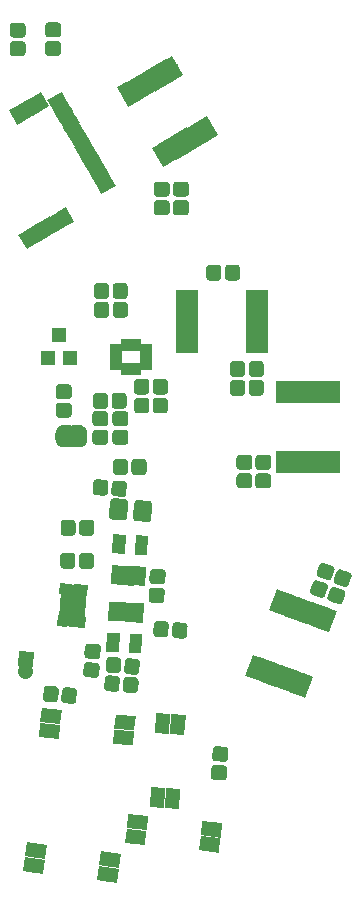
<source format=gbs>
G04 #@! TF.GenerationSoftware,KiCad,Pcbnew,(5.0.0)*
G04 #@! TF.CreationDate,2019-11-18T10:46:30+01:00*
G04 #@! TF.ProjectId,Insole_PCB,496E736F6C655F5043422E6B69636164,rev?*
G04 #@! TF.SameCoordinates,Original*
G04 #@! TF.FileFunction,Soldermask,Bot*
G04 #@! TF.FilePolarity,Negative*
%FSLAX46Y46*%
G04 Gerber Fmt 4.6, Leading zero omitted, Abs format (unit mm)*
G04 Created by KiCad (PCBNEW (5.0.0)) date 11/18/19 10:46:30*
%MOMM*%
%LPD*%
G01*
G04 APERTURE LIST*
%ADD10C,1.250000*%
%ADD11C,1.250000*%
%ADD12C,0.100000*%
%ADD13R,1.075000X0.650000*%
%ADD14R,0.650000X1.075000*%
%ADD15C,1.275000*%
%ADD16C,0.500000*%
%ADD17C,1.550000*%
%ADD18C,0.850000*%
%ADD19R,1.900000X0.850000*%
%ADD20R,0.850000X1.900000*%
%ADD21R,1.200000X1.300000*%
%ADD22C,1.050000*%
%ADD23C,0.810000*%
%ADD24C,2.200000*%
%ADD25C,0.900000*%
%ADD26C,0.800000*%
%ADD27C,1.200000*%
G04 APERTURE END LIST*
D10*
G04 #@! TO.C,J2*
X186759697Y-193768271D03*
D11*
X186759697Y-193768271D02*
X186759697Y-193768271D01*
D10*
X186829453Y-192770707D03*
D12*
G36*
X186162378Y-193350587D02*
X186249573Y-192103632D01*
X187496528Y-192190827D01*
X187409333Y-193437782D01*
X186162378Y-193350587D01*
X186162378Y-193350587D01*
G37*
G04 #@! TD*
D13*
G04 #@! TO.C,U2*
X194486953Y-166460707D03*
X194486953Y-166960707D03*
X194486953Y-167460707D03*
X194486953Y-167960707D03*
X197011953Y-167960707D03*
X197011953Y-167460707D03*
X197011953Y-166960707D03*
X197011953Y-166460707D03*
D14*
X195249453Y-168223207D03*
X195749453Y-168223207D03*
X196249453Y-168223207D03*
X195249453Y-166198207D03*
X196249453Y-166198207D03*
X195749453Y-166198207D03*
G04 #@! TD*
D12*
G04 #@! TO.C,C1*
G36*
X192083608Y-193035491D02*
X192794372Y-193085192D01*
X192825431Y-193088903D01*
X192855978Y-193095640D01*
X192885717Y-193105339D01*
X192914362Y-193117906D01*
X192941638Y-193133220D01*
X192967281Y-193151134D01*
X192991045Y-193171475D01*
X193012701Y-193194047D01*
X193032039Y-193218633D01*
X193048875Y-193244997D01*
X193063046Y-193272884D01*
X193074415Y-193302025D01*
X193082873Y-193332140D01*
X193088339Y-193362940D01*
X193090759Y-193394127D01*
X193090111Y-193425401D01*
X193045641Y-194061348D01*
X193041930Y-194092408D01*
X193035193Y-194122954D01*
X193025494Y-194152693D01*
X193012927Y-194181339D01*
X192997613Y-194208614D01*
X192979699Y-194234257D01*
X192959358Y-194258021D01*
X192936786Y-194279677D01*
X192912199Y-194299016D01*
X192885836Y-194315851D01*
X192857949Y-194330022D01*
X192828808Y-194341391D01*
X192798692Y-194349849D01*
X192767893Y-194355315D01*
X192736706Y-194357735D01*
X192705432Y-194357087D01*
X191994668Y-194307386D01*
X191963609Y-194303675D01*
X191933062Y-194296938D01*
X191903323Y-194287239D01*
X191874678Y-194274672D01*
X191847402Y-194259358D01*
X191821759Y-194241444D01*
X191797995Y-194221103D01*
X191776339Y-194198531D01*
X191757001Y-194173945D01*
X191740165Y-194147581D01*
X191725994Y-194119694D01*
X191714625Y-194090553D01*
X191706167Y-194060438D01*
X191700701Y-194029638D01*
X191698281Y-193998451D01*
X191698929Y-193967177D01*
X191743399Y-193331230D01*
X191747110Y-193300170D01*
X191753847Y-193269624D01*
X191763546Y-193239885D01*
X191776113Y-193211239D01*
X191791427Y-193183964D01*
X191809341Y-193158321D01*
X191829682Y-193134557D01*
X191852254Y-193112901D01*
X191876841Y-193093562D01*
X191903204Y-193076727D01*
X191931091Y-193062556D01*
X191960232Y-193051187D01*
X191990348Y-193042729D01*
X192021147Y-193037263D01*
X192052334Y-193034843D01*
X192083608Y-193035491D01*
X192083608Y-193035491D01*
G37*
D15*
X192394520Y-193696289D03*
D12*
G36*
X192193474Y-191464327D02*
X192904238Y-191514028D01*
X192935297Y-191517739D01*
X192965844Y-191524476D01*
X192995583Y-191534175D01*
X193024228Y-191546742D01*
X193051504Y-191562056D01*
X193077147Y-191579970D01*
X193100911Y-191600311D01*
X193122567Y-191622883D01*
X193141905Y-191647469D01*
X193158741Y-191673833D01*
X193172912Y-191701720D01*
X193184281Y-191730861D01*
X193192739Y-191760976D01*
X193198205Y-191791776D01*
X193200625Y-191822963D01*
X193199977Y-191854237D01*
X193155507Y-192490184D01*
X193151796Y-192521244D01*
X193145059Y-192551790D01*
X193135360Y-192581529D01*
X193122793Y-192610175D01*
X193107479Y-192637450D01*
X193089565Y-192663093D01*
X193069224Y-192686857D01*
X193046652Y-192708513D01*
X193022065Y-192727852D01*
X192995702Y-192744687D01*
X192967815Y-192758858D01*
X192938674Y-192770227D01*
X192908558Y-192778685D01*
X192877759Y-192784151D01*
X192846572Y-192786571D01*
X192815298Y-192785923D01*
X192104534Y-192736222D01*
X192073475Y-192732511D01*
X192042928Y-192725774D01*
X192013189Y-192716075D01*
X191984544Y-192703508D01*
X191957268Y-192688194D01*
X191931625Y-192670280D01*
X191907861Y-192649939D01*
X191886205Y-192627367D01*
X191866867Y-192602781D01*
X191850031Y-192576417D01*
X191835860Y-192548530D01*
X191824491Y-192519389D01*
X191816033Y-192489274D01*
X191810567Y-192458474D01*
X191808147Y-192427287D01*
X191808795Y-192396013D01*
X191853265Y-191760066D01*
X191856976Y-191729006D01*
X191863713Y-191698460D01*
X191873412Y-191668721D01*
X191885979Y-191640075D01*
X191901293Y-191612800D01*
X191919207Y-191587157D01*
X191939548Y-191563393D01*
X191962120Y-191541737D01*
X191986707Y-191522398D01*
X192013070Y-191505563D01*
X192040957Y-191491392D01*
X192070098Y-191480023D01*
X192100214Y-191471565D01*
X192131013Y-191466099D01*
X192162200Y-191463679D01*
X192193474Y-191464327D01*
X192193474Y-191464327D01*
G37*
D15*
X192504386Y-192125125D03*
G04 #@! TD*
D12*
G04 #@! TO.C,C2*
G36*
X212921741Y-186661067D02*
X212952854Y-186664303D01*
X212983500Y-186670572D01*
X213013384Y-186679816D01*
X213682915Y-186923506D01*
X213711749Y-186935634D01*
X213739255Y-186950530D01*
X213765169Y-186968050D01*
X213789241Y-186988026D01*
X213811238Y-187010265D01*
X213830950Y-187034553D01*
X213848187Y-187060657D01*
X213862782Y-187088324D01*
X213874594Y-187117288D01*
X213883511Y-187147271D01*
X213889446Y-187177983D01*
X213892343Y-187209130D01*
X213892172Y-187240410D01*
X213888936Y-187271523D01*
X213882666Y-187302168D01*
X213873423Y-187332052D01*
X213655386Y-187931106D01*
X213643258Y-187959939D01*
X213628362Y-187987446D01*
X213610842Y-188013359D01*
X213590866Y-188037431D01*
X213568627Y-188059429D01*
X213544339Y-188079141D01*
X213518236Y-188096377D01*
X213490569Y-188110972D01*
X213461605Y-188122785D01*
X213431622Y-188131702D01*
X213400909Y-188137637D01*
X213369763Y-188140534D01*
X213338483Y-188140363D01*
X213307370Y-188137127D01*
X213276724Y-188130858D01*
X213246840Y-188121614D01*
X212577309Y-187877924D01*
X212548475Y-187865796D01*
X212520969Y-187850900D01*
X212495055Y-187833380D01*
X212470983Y-187813404D01*
X212448986Y-187791165D01*
X212429274Y-187766877D01*
X212412037Y-187740773D01*
X212397442Y-187713106D01*
X212385630Y-187684142D01*
X212376713Y-187654159D01*
X212370778Y-187623447D01*
X212367881Y-187592300D01*
X212368052Y-187561020D01*
X212371288Y-187529907D01*
X212377558Y-187499262D01*
X212386801Y-187469378D01*
X212604838Y-186870324D01*
X212616966Y-186841491D01*
X212631862Y-186813984D01*
X212649382Y-186788071D01*
X212669358Y-186763999D01*
X212691597Y-186742001D01*
X212715885Y-186722289D01*
X212741988Y-186705053D01*
X212769655Y-186690458D01*
X212798619Y-186678645D01*
X212828602Y-186669728D01*
X212859315Y-186663793D01*
X212890461Y-186660896D01*
X212921741Y-186661067D01*
X212921741Y-186661067D01*
G37*
D15*
X213130112Y-187400715D03*
D12*
G36*
X213460423Y-185181051D02*
X213491536Y-185184287D01*
X213522182Y-185190556D01*
X213552066Y-185199800D01*
X214221597Y-185443490D01*
X214250431Y-185455618D01*
X214277937Y-185470514D01*
X214303851Y-185488034D01*
X214327923Y-185508010D01*
X214349920Y-185530249D01*
X214369632Y-185554537D01*
X214386869Y-185580641D01*
X214401464Y-185608308D01*
X214413276Y-185637272D01*
X214422193Y-185667255D01*
X214428128Y-185697967D01*
X214431025Y-185729114D01*
X214430854Y-185760394D01*
X214427618Y-185791507D01*
X214421348Y-185822152D01*
X214412105Y-185852036D01*
X214194068Y-186451090D01*
X214181940Y-186479923D01*
X214167044Y-186507430D01*
X214149524Y-186533343D01*
X214129548Y-186557415D01*
X214107309Y-186579413D01*
X214083021Y-186599125D01*
X214056918Y-186616361D01*
X214029251Y-186630956D01*
X214000287Y-186642769D01*
X213970304Y-186651686D01*
X213939591Y-186657621D01*
X213908445Y-186660518D01*
X213877165Y-186660347D01*
X213846052Y-186657111D01*
X213815406Y-186650842D01*
X213785522Y-186641598D01*
X213115991Y-186397908D01*
X213087157Y-186385780D01*
X213059651Y-186370884D01*
X213033737Y-186353364D01*
X213009665Y-186333388D01*
X212987668Y-186311149D01*
X212967956Y-186286861D01*
X212950719Y-186260757D01*
X212936124Y-186233090D01*
X212924312Y-186204126D01*
X212915395Y-186174143D01*
X212909460Y-186143431D01*
X212906563Y-186112284D01*
X212906734Y-186081004D01*
X212909970Y-186049891D01*
X212916240Y-186019246D01*
X212925483Y-185989362D01*
X213143520Y-185390308D01*
X213155648Y-185361475D01*
X213170544Y-185333968D01*
X213188064Y-185308055D01*
X213208040Y-185283983D01*
X213230279Y-185261985D01*
X213254567Y-185242273D01*
X213280670Y-185225037D01*
X213308337Y-185210442D01*
X213337301Y-185198629D01*
X213367284Y-185189712D01*
X213397997Y-185183777D01*
X213429143Y-185180880D01*
X213460423Y-185181051D01*
X213460423Y-185181051D01*
G37*
D15*
X213668794Y-185920699D03*
G04 #@! TD*
D12*
G04 #@! TO.C,C3*
G36*
X197679485Y-185152594D02*
X198391009Y-185189884D01*
X198422129Y-185193052D01*
X198452789Y-185199255D01*
X198482692Y-185208433D01*
X198511553Y-185220498D01*
X198539091Y-185235334D01*
X198565043Y-185252798D01*
X198589158Y-185272721D01*
X198611205Y-185294912D01*
X198630970Y-185319157D01*
X198648263Y-185345223D01*
X198662918Y-185372858D01*
X198674794Y-185401796D01*
X198683776Y-185431760D01*
X198689778Y-185462459D01*
X198692743Y-185493599D01*
X198692640Y-185524879D01*
X198659276Y-186161505D01*
X198656108Y-186192625D01*
X198649905Y-186223284D01*
X198640727Y-186253188D01*
X198628662Y-186282048D01*
X198613826Y-186309587D01*
X198596363Y-186335539D01*
X198576439Y-186359654D01*
X198554248Y-186381700D01*
X198530003Y-186401465D01*
X198503938Y-186418759D01*
X198476303Y-186433414D01*
X198447364Y-186445290D01*
X198417401Y-186454272D01*
X198386701Y-186460274D01*
X198355561Y-186463239D01*
X198324281Y-186463136D01*
X197612757Y-186425846D01*
X197581637Y-186422678D01*
X197550977Y-186416475D01*
X197521074Y-186407297D01*
X197492213Y-186395232D01*
X197464675Y-186380396D01*
X197438723Y-186362932D01*
X197414608Y-186343009D01*
X197392561Y-186320818D01*
X197372796Y-186296573D01*
X197355503Y-186270507D01*
X197340848Y-186242872D01*
X197328972Y-186213934D01*
X197319990Y-186183970D01*
X197313988Y-186153271D01*
X197311023Y-186122131D01*
X197311126Y-186090851D01*
X197344490Y-185454225D01*
X197347658Y-185423105D01*
X197353861Y-185392446D01*
X197363039Y-185362542D01*
X197375104Y-185333682D01*
X197389940Y-185306143D01*
X197407403Y-185280191D01*
X197427327Y-185256076D01*
X197449518Y-185234030D01*
X197473763Y-185214265D01*
X197499828Y-185196971D01*
X197527463Y-185182316D01*
X197556402Y-185170440D01*
X197586365Y-185161458D01*
X197617065Y-185155456D01*
X197648205Y-185152491D01*
X197679485Y-185152594D01*
X197679485Y-185152594D01*
G37*
D15*
X198001883Y-185807865D03*
D12*
G36*
X197597055Y-186725436D02*
X198308579Y-186762726D01*
X198339699Y-186765894D01*
X198370359Y-186772097D01*
X198400262Y-186781275D01*
X198429123Y-186793340D01*
X198456661Y-186808176D01*
X198482613Y-186825640D01*
X198506728Y-186845563D01*
X198528775Y-186867754D01*
X198548540Y-186891999D01*
X198565833Y-186918065D01*
X198580488Y-186945700D01*
X198592364Y-186974638D01*
X198601346Y-187004602D01*
X198607348Y-187035301D01*
X198610313Y-187066441D01*
X198610210Y-187097721D01*
X198576846Y-187734347D01*
X198573678Y-187765467D01*
X198567475Y-187796126D01*
X198558297Y-187826030D01*
X198546232Y-187854890D01*
X198531396Y-187882429D01*
X198513933Y-187908381D01*
X198494009Y-187932496D01*
X198471818Y-187954542D01*
X198447573Y-187974307D01*
X198421508Y-187991601D01*
X198393873Y-188006256D01*
X198364934Y-188018132D01*
X198334971Y-188027114D01*
X198304271Y-188033116D01*
X198273131Y-188036081D01*
X198241851Y-188035978D01*
X197530327Y-187998688D01*
X197499207Y-187995520D01*
X197468547Y-187989317D01*
X197438644Y-187980139D01*
X197409783Y-187968074D01*
X197382245Y-187953238D01*
X197356293Y-187935774D01*
X197332178Y-187915851D01*
X197310131Y-187893660D01*
X197290366Y-187869415D01*
X197273073Y-187843349D01*
X197258418Y-187815714D01*
X197246542Y-187786776D01*
X197237560Y-187756812D01*
X197231558Y-187726113D01*
X197228593Y-187694973D01*
X197228696Y-187663693D01*
X197262060Y-187027067D01*
X197265228Y-186995947D01*
X197271431Y-186965288D01*
X197280609Y-186935384D01*
X197292674Y-186906524D01*
X197307510Y-186878985D01*
X197324973Y-186853033D01*
X197344897Y-186828918D01*
X197367088Y-186806872D01*
X197391333Y-186787107D01*
X197417398Y-186769813D01*
X197445033Y-186755158D01*
X197473972Y-186743282D01*
X197503935Y-186734300D01*
X197534635Y-186728298D01*
X197565775Y-186725333D01*
X197597055Y-186725436D01*
X197597055Y-186725436D01*
G37*
D15*
X197919453Y-187380707D03*
G04 #@! TD*
D12*
G04 #@! TO.C,C4*
G36*
X192907401Y-177555250D02*
X193543348Y-177599720D01*
X193574408Y-177603431D01*
X193604954Y-177610168D01*
X193634693Y-177619867D01*
X193663339Y-177632434D01*
X193690614Y-177647748D01*
X193716257Y-177665662D01*
X193740021Y-177686003D01*
X193761677Y-177708575D01*
X193781016Y-177733162D01*
X193797851Y-177759525D01*
X193812022Y-177787412D01*
X193823391Y-177816553D01*
X193831849Y-177846669D01*
X193837315Y-177877468D01*
X193839735Y-177908655D01*
X193839087Y-177939929D01*
X193789386Y-178650693D01*
X193785675Y-178681752D01*
X193778938Y-178712299D01*
X193769239Y-178742038D01*
X193756672Y-178770683D01*
X193741358Y-178797959D01*
X193723444Y-178823602D01*
X193703103Y-178847366D01*
X193680531Y-178869022D01*
X193655945Y-178888360D01*
X193629581Y-178905196D01*
X193601694Y-178919367D01*
X193572553Y-178930736D01*
X193542438Y-178939194D01*
X193511638Y-178944660D01*
X193480451Y-178947080D01*
X193449177Y-178946432D01*
X192813230Y-178901962D01*
X192782170Y-178898251D01*
X192751624Y-178891514D01*
X192721885Y-178881815D01*
X192693239Y-178869248D01*
X192665964Y-178853934D01*
X192640321Y-178836020D01*
X192616557Y-178815679D01*
X192594901Y-178793107D01*
X192575562Y-178768520D01*
X192558727Y-178742157D01*
X192544556Y-178714270D01*
X192533187Y-178685129D01*
X192524729Y-178655013D01*
X192519263Y-178624214D01*
X192516843Y-178593027D01*
X192517491Y-178561753D01*
X192567192Y-177850989D01*
X192570903Y-177819930D01*
X192577640Y-177789383D01*
X192587339Y-177759644D01*
X192599906Y-177730999D01*
X192615220Y-177703723D01*
X192633134Y-177678080D01*
X192653475Y-177654316D01*
X192676047Y-177632660D01*
X192700633Y-177613322D01*
X192726997Y-177596486D01*
X192754884Y-177582315D01*
X192784025Y-177570946D01*
X192814140Y-177562488D01*
X192844940Y-177557022D01*
X192876127Y-177554602D01*
X192907401Y-177555250D01*
X192907401Y-177555250D01*
G37*
D15*
X193178289Y-178250841D03*
D12*
G36*
X194478565Y-177665116D02*
X195114512Y-177709586D01*
X195145572Y-177713297D01*
X195176118Y-177720034D01*
X195205857Y-177729733D01*
X195234503Y-177742300D01*
X195261778Y-177757614D01*
X195287421Y-177775528D01*
X195311185Y-177795869D01*
X195332841Y-177818441D01*
X195352180Y-177843028D01*
X195369015Y-177869391D01*
X195383186Y-177897278D01*
X195394555Y-177926419D01*
X195403013Y-177956535D01*
X195408479Y-177987334D01*
X195410899Y-178018521D01*
X195410251Y-178049795D01*
X195360550Y-178760559D01*
X195356839Y-178791618D01*
X195350102Y-178822165D01*
X195340403Y-178851904D01*
X195327836Y-178880549D01*
X195312522Y-178907825D01*
X195294608Y-178933468D01*
X195274267Y-178957232D01*
X195251695Y-178978888D01*
X195227109Y-178998226D01*
X195200745Y-179015062D01*
X195172858Y-179029233D01*
X195143717Y-179040602D01*
X195113602Y-179049060D01*
X195082802Y-179054526D01*
X195051615Y-179056946D01*
X195020341Y-179056298D01*
X194384394Y-179011828D01*
X194353334Y-179008117D01*
X194322788Y-179001380D01*
X194293049Y-178991681D01*
X194264403Y-178979114D01*
X194237128Y-178963800D01*
X194211485Y-178945886D01*
X194187721Y-178925545D01*
X194166065Y-178902973D01*
X194146726Y-178878386D01*
X194129891Y-178852023D01*
X194115720Y-178824136D01*
X194104351Y-178794995D01*
X194095893Y-178764879D01*
X194090427Y-178734080D01*
X194088007Y-178702893D01*
X194088655Y-178671619D01*
X194138356Y-177960855D01*
X194142067Y-177929796D01*
X194148804Y-177899249D01*
X194158503Y-177869510D01*
X194171070Y-177840865D01*
X194186384Y-177813589D01*
X194204298Y-177787946D01*
X194224639Y-177764182D01*
X194247211Y-177742526D01*
X194271797Y-177723188D01*
X194298161Y-177706352D01*
X194326048Y-177692181D01*
X194355189Y-177680812D01*
X194385304Y-177672354D01*
X194416104Y-177666888D01*
X194447291Y-177664468D01*
X194478565Y-177665116D01*
X194478565Y-177665116D01*
G37*
D15*
X194749453Y-178360707D03*
G04 #@! TD*
D12*
G04 #@! TO.C,C5*
G36*
X211471741Y-186111067D02*
X211502854Y-186114303D01*
X211533500Y-186120572D01*
X211563384Y-186129816D01*
X212232915Y-186373506D01*
X212261749Y-186385634D01*
X212289255Y-186400530D01*
X212315169Y-186418050D01*
X212339241Y-186438026D01*
X212361238Y-186460265D01*
X212380950Y-186484553D01*
X212398187Y-186510657D01*
X212412782Y-186538324D01*
X212424594Y-186567288D01*
X212433511Y-186597271D01*
X212439446Y-186627983D01*
X212442343Y-186659130D01*
X212442172Y-186690410D01*
X212438936Y-186721523D01*
X212432666Y-186752168D01*
X212423423Y-186782052D01*
X212205386Y-187381106D01*
X212193258Y-187409939D01*
X212178362Y-187437446D01*
X212160842Y-187463359D01*
X212140866Y-187487431D01*
X212118627Y-187509429D01*
X212094339Y-187529141D01*
X212068236Y-187546377D01*
X212040569Y-187560972D01*
X212011605Y-187572785D01*
X211981622Y-187581702D01*
X211950909Y-187587637D01*
X211919763Y-187590534D01*
X211888483Y-187590363D01*
X211857370Y-187587127D01*
X211826724Y-187580858D01*
X211796840Y-187571614D01*
X211127309Y-187327924D01*
X211098475Y-187315796D01*
X211070969Y-187300900D01*
X211045055Y-187283380D01*
X211020983Y-187263404D01*
X210998986Y-187241165D01*
X210979274Y-187216877D01*
X210962037Y-187190773D01*
X210947442Y-187163106D01*
X210935630Y-187134142D01*
X210926713Y-187104159D01*
X210920778Y-187073447D01*
X210917881Y-187042300D01*
X210918052Y-187011020D01*
X210921288Y-186979907D01*
X210927558Y-186949262D01*
X210936801Y-186919378D01*
X211154838Y-186320324D01*
X211166966Y-186291491D01*
X211181862Y-186263984D01*
X211199382Y-186238071D01*
X211219358Y-186213999D01*
X211241597Y-186192001D01*
X211265885Y-186172289D01*
X211291988Y-186155053D01*
X211319655Y-186140458D01*
X211348619Y-186128645D01*
X211378602Y-186119728D01*
X211409315Y-186113793D01*
X211440461Y-186110896D01*
X211471741Y-186111067D01*
X211471741Y-186111067D01*
G37*
D15*
X211680112Y-186850715D03*
D12*
G36*
X212010423Y-184631051D02*
X212041536Y-184634287D01*
X212072182Y-184640556D01*
X212102066Y-184649800D01*
X212771597Y-184893490D01*
X212800431Y-184905618D01*
X212827937Y-184920514D01*
X212853851Y-184938034D01*
X212877923Y-184958010D01*
X212899920Y-184980249D01*
X212919632Y-185004537D01*
X212936869Y-185030641D01*
X212951464Y-185058308D01*
X212963276Y-185087272D01*
X212972193Y-185117255D01*
X212978128Y-185147967D01*
X212981025Y-185179114D01*
X212980854Y-185210394D01*
X212977618Y-185241507D01*
X212971348Y-185272152D01*
X212962105Y-185302036D01*
X212744068Y-185901090D01*
X212731940Y-185929923D01*
X212717044Y-185957430D01*
X212699524Y-185983343D01*
X212679548Y-186007415D01*
X212657309Y-186029413D01*
X212633021Y-186049125D01*
X212606918Y-186066361D01*
X212579251Y-186080956D01*
X212550287Y-186092769D01*
X212520304Y-186101686D01*
X212489591Y-186107621D01*
X212458445Y-186110518D01*
X212427165Y-186110347D01*
X212396052Y-186107111D01*
X212365406Y-186100842D01*
X212335522Y-186091598D01*
X211665991Y-185847908D01*
X211637157Y-185835780D01*
X211609651Y-185820884D01*
X211583737Y-185803364D01*
X211559665Y-185783388D01*
X211537668Y-185761149D01*
X211517956Y-185736861D01*
X211500719Y-185710757D01*
X211486124Y-185683090D01*
X211474312Y-185654126D01*
X211465395Y-185624143D01*
X211459460Y-185593431D01*
X211456563Y-185562284D01*
X211456734Y-185531004D01*
X211459970Y-185499891D01*
X211466240Y-185469246D01*
X211475483Y-185439362D01*
X211693520Y-184840308D01*
X211705648Y-184811475D01*
X211720544Y-184783968D01*
X211738064Y-184758055D01*
X211758040Y-184733983D01*
X211780279Y-184711985D01*
X211804567Y-184692273D01*
X211830670Y-184675037D01*
X211858337Y-184660442D01*
X211887301Y-184648629D01*
X211917284Y-184639712D01*
X211947997Y-184633777D01*
X211979143Y-184630880D01*
X212010423Y-184631051D01*
X212010423Y-184631051D01*
G37*
D15*
X212218794Y-185370699D03*
G04 #@! TD*
D12*
G04 #@! TO.C,C6*
G36*
X205736946Y-175474742D02*
X205767888Y-175479332D01*
X205798231Y-175486932D01*
X205827683Y-175497470D01*
X205855961Y-175510845D01*
X205882791Y-175526926D01*
X205907916Y-175545560D01*
X205931093Y-175566567D01*
X205952100Y-175589744D01*
X205970734Y-175614869D01*
X205986815Y-175641699D01*
X206000190Y-175669977D01*
X206010728Y-175699429D01*
X206018328Y-175729772D01*
X206022918Y-175760714D01*
X206024453Y-175791957D01*
X206024453Y-176429457D01*
X206022918Y-176460700D01*
X206018328Y-176491642D01*
X206010728Y-176521985D01*
X206000190Y-176551437D01*
X205986815Y-176579715D01*
X205970734Y-176606545D01*
X205952100Y-176631670D01*
X205931093Y-176654847D01*
X205907916Y-176675854D01*
X205882791Y-176694488D01*
X205855961Y-176710569D01*
X205827683Y-176723944D01*
X205798231Y-176734482D01*
X205767888Y-176742082D01*
X205736946Y-176746672D01*
X205705703Y-176748207D01*
X204993203Y-176748207D01*
X204961960Y-176746672D01*
X204931018Y-176742082D01*
X204900675Y-176734482D01*
X204871223Y-176723944D01*
X204842945Y-176710569D01*
X204816115Y-176694488D01*
X204790990Y-176675854D01*
X204767813Y-176654847D01*
X204746806Y-176631670D01*
X204728172Y-176606545D01*
X204712091Y-176579715D01*
X204698716Y-176551437D01*
X204688178Y-176521985D01*
X204680578Y-176491642D01*
X204675988Y-176460700D01*
X204674453Y-176429457D01*
X204674453Y-175791957D01*
X204675988Y-175760714D01*
X204680578Y-175729772D01*
X204688178Y-175699429D01*
X204698716Y-175669977D01*
X204712091Y-175641699D01*
X204728172Y-175614869D01*
X204746806Y-175589744D01*
X204767813Y-175566567D01*
X204790990Y-175545560D01*
X204816115Y-175526926D01*
X204842945Y-175510845D01*
X204871223Y-175497470D01*
X204900675Y-175486932D01*
X204931018Y-175479332D01*
X204961960Y-175474742D01*
X204993203Y-175473207D01*
X205705703Y-175473207D01*
X205736946Y-175474742D01*
X205736946Y-175474742D01*
G37*
D15*
X205349453Y-176110707D03*
D12*
G36*
X205736946Y-177049742D02*
X205767888Y-177054332D01*
X205798231Y-177061932D01*
X205827683Y-177072470D01*
X205855961Y-177085845D01*
X205882791Y-177101926D01*
X205907916Y-177120560D01*
X205931093Y-177141567D01*
X205952100Y-177164744D01*
X205970734Y-177189869D01*
X205986815Y-177216699D01*
X206000190Y-177244977D01*
X206010728Y-177274429D01*
X206018328Y-177304772D01*
X206022918Y-177335714D01*
X206024453Y-177366957D01*
X206024453Y-178004457D01*
X206022918Y-178035700D01*
X206018328Y-178066642D01*
X206010728Y-178096985D01*
X206000190Y-178126437D01*
X205986815Y-178154715D01*
X205970734Y-178181545D01*
X205952100Y-178206670D01*
X205931093Y-178229847D01*
X205907916Y-178250854D01*
X205882791Y-178269488D01*
X205855961Y-178285569D01*
X205827683Y-178298944D01*
X205798231Y-178309482D01*
X205767888Y-178317082D01*
X205736946Y-178321672D01*
X205705703Y-178323207D01*
X204993203Y-178323207D01*
X204961960Y-178321672D01*
X204931018Y-178317082D01*
X204900675Y-178309482D01*
X204871223Y-178298944D01*
X204842945Y-178285569D01*
X204816115Y-178269488D01*
X204790990Y-178250854D01*
X204767813Y-178229847D01*
X204746806Y-178206670D01*
X204728172Y-178181545D01*
X204712091Y-178154715D01*
X204698716Y-178126437D01*
X204688178Y-178096985D01*
X204680578Y-178066642D01*
X204675988Y-178035700D01*
X204674453Y-178004457D01*
X204674453Y-177366957D01*
X204675988Y-177335714D01*
X204680578Y-177304772D01*
X204688178Y-177274429D01*
X204698716Y-177244977D01*
X204712091Y-177216699D01*
X204728172Y-177189869D01*
X204746806Y-177164744D01*
X204767813Y-177141567D01*
X204790990Y-177120560D01*
X204816115Y-177101926D01*
X204842945Y-177085845D01*
X204871223Y-177072470D01*
X204900675Y-177061932D01*
X204931018Y-177054332D01*
X204961960Y-177049742D01*
X204993203Y-177048207D01*
X205705703Y-177048207D01*
X205736946Y-177049742D01*
X205736946Y-177049742D01*
G37*
D15*
X205349453Y-177685707D03*
G04 #@! TD*
D12*
G04 #@! TO.C,C7*
G36*
X207336946Y-175487242D02*
X207367888Y-175491832D01*
X207398231Y-175499432D01*
X207427683Y-175509970D01*
X207455961Y-175523345D01*
X207482791Y-175539426D01*
X207507916Y-175558060D01*
X207531093Y-175579067D01*
X207552100Y-175602244D01*
X207570734Y-175627369D01*
X207586815Y-175654199D01*
X207600190Y-175682477D01*
X207610728Y-175711929D01*
X207618328Y-175742272D01*
X207622918Y-175773214D01*
X207624453Y-175804457D01*
X207624453Y-176441957D01*
X207622918Y-176473200D01*
X207618328Y-176504142D01*
X207610728Y-176534485D01*
X207600190Y-176563937D01*
X207586815Y-176592215D01*
X207570734Y-176619045D01*
X207552100Y-176644170D01*
X207531093Y-176667347D01*
X207507916Y-176688354D01*
X207482791Y-176706988D01*
X207455961Y-176723069D01*
X207427683Y-176736444D01*
X207398231Y-176746982D01*
X207367888Y-176754582D01*
X207336946Y-176759172D01*
X207305703Y-176760707D01*
X206593203Y-176760707D01*
X206561960Y-176759172D01*
X206531018Y-176754582D01*
X206500675Y-176746982D01*
X206471223Y-176736444D01*
X206442945Y-176723069D01*
X206416115Y-176706988D01*
X206390990Y-176688354D01*
X206367813Y-176667347D01*
X206346806Y-176644170D01*
X206328172Y-176619045D01*
X206312091Y-176592215D01*
X206298716Y-176563937D01*
X206288178Y-176534485D01*
X206280578Y-176504142D01*
X206275988Y-176473200D01*
X206274453Y-176441957D01*
X206274453Y-175804457D01*
X206275988Y-175773214D01*
X206280578Y-175742272D01*
X206288178Y-175711929D01*
X206298716Y-175682477D01*
X206312091Y-175654199D01*
X206328172Y-175627369D01*
X206346806Y-175602244D01*
X206367813Y-175579067D01*
X206390990Y-175558060D01*
X206416115Y-175539426D01*
X206442945Y-175523345D01*
X206471223Y-175509970D01*
X206500675Y-175499432D01*
X206531018Y-175491832D01*
X206561960Y-175487242D01*
X206593203Y-175485707D01*
X207305703Y-175485707D01*
X207336946Y-175487242D01*
X207336946Y-175487242D01*
G37*
D15*
X206949453Y-176123207D03*
D12*
G36*
X207336946Y-177062242D02*
X207367888Y-177066832D01*
X207398231Y-177074432D01*
X207427683Y-177084970D01*
X207455961Y-177098345D01*
X207482791Y-177114426D01*
X207507916Y-177133060D01*
X207531093Y-177154067D01*
X207552100Y-177177244D01*
X207570734Y-177202369D01*
X207586815Y-177229199D01*
X207600190Y-177257477D01*
X207610728Y-177286929D01*
X207618328Y-177317272D01*
X207622918Y-177348214D01*
X207624453Y-177379457D01*
X207624453Y-178016957D01*
X207622918Y-178048200D01*
X207618328Y-178079142D01*
X207610728Y-178109485D01*
X207600190Y-178138937D01*
X207586815Y-178167215D01*
X207570734Y-178194045D01*
X207552100Y-178219170D01*
X207531093Y-178242347D01*
X207507916Y-178263354D01*
X207482791Y-178281988D01*
X207455961Y-178298069D01*
X207427683Y-178311444D01*
X207398231Y-178321982D01*
X207367888Y-178329582D01*
X207336946Y-178334172D01*
X207305703Y-178335707D01*
X206593203Y-178335707D01*
X206561960Y-178334172D01*
X206531018Y-178329582D01*
X206500675Y-178321982D01*
X206471223Y-178311444D01*
X206442945Y-178298069D01*
X206416115Y-178281988D01*
X206390990Y-178263354D01*
X206367813Y-178242347D01*
X206346806Y-178219170D01*
X206328172Y-178194045D01*
X206312091Y-178167215D01*
X206298716Y-178138937D01*
X206288178Y-178109485D01*
X206280578Y-178079142D01*
X206275988Y-178048200D01*
X206274453Y-178016957D01*
X206274453Y-177379457D01*
X206275988Y-177348214D01*
X206280578Y-177317272D01*
X206288178Y-177286929D01*
X206298716Y-177257477D01*
X206312091Y-177229199D01*
X206328172Y-177202369D01*
X206346806Y-177177244D01*
X206367813Y-177154067D01*
X206390990Y-177133060D01*
X206416115Y-177114426D01*
X206442945Y-177098345D01*
X206471223Y-177084970D01*
X206500675Y-177074432D01*
X206531018Y-177066832D01*
X206561960Y-177062242D01*
X206593203Y-177060707D01*
X207305703Y-177060707D01*
X207336946Y-177062242D01*
X207336946Y-177062242D01*
G37*
D15*
X206949453Y-177698207D03*
G04 #@! TD*
D12*
G04 #@! TO.C,C8*
G36*
X206699446Y-169137242D02*
X206730388Y-169141832D01*
X206760731Y-169149432D01*
X206790183Y-169159970D01*
X206818461Y-169173345D01*
X206845291Y-169189426D01*
X206870416Y-169208060D01*
X206893593Y-169229067D01*
X206914600Y-169252244D01*
X206933234Y-169277369D01*
X206949315Y-169304199D01*
X206962690Y-169332477D01*
X206973228Y-169361929D01*
X206980828Y-169392272D01*
X206985418Y-169423214D01*
X206986953Y-169454457D01*
X206986953Y-170166957D01*
X206985418Y-170198200D01*
X206980828Y-170229142D01*
X206973228Y-170259485D01*
X206962690Y-170288937D01*
X206949315Y-170317215D01*
X206933234Y-170344045D01*
X206914600Y-170369170D01*
X206893593Y-170392347D01*
X206870416Y-170413354D01*
X206845291Y-170431988D01*
X206818461Y-170448069D01*
X206790183Y-170461444D01*
X206760731Y-170471982D01*
X206730388Y-170479582D01*
X206699446Y-170484172D01*
X206668203Y-170485707D01*
X206030703Y-170485707D01*
X205999460Y-170484172D01*
X205968518Y-170479582D01*
X205938175Y-170471982D01*
X205908723Y-170461444D01*
X205880445Y-170448069D01*
X205853615Y-170431988D01*
X205828490Y-170413354D01*
X205805313Y-170392347D01*
X205784306Y-170369170D01*
X205765672Y-170344045D01*
X205749591Y-170317215D01*
X205736216Y-170288937D01*
X205725678Y-170259485D01*
X205718078Y-170229142D01*
X205713488Y-170198200D01*
X205711953Y-170166957D01*
X205711953Y-169454457D01*
X205713488Y-169423214D01*
X205718078Y-169392272D01*
X205725678Y-169361929D01*
X205736216Y-169332477D01*
X205749591Y-169304199D01*
X205765672Y-169277369D01*
X205784306Y-169252244D01*
X205805313Y-169229067D01*
X205828490Y-169208060D01*
X205853615Y-169189426D01*
X205880445Y-169173345D01*
X205908723Y-169159970D01*
X205938175Y-169149432D01*
X205968518Y-169141832D01*
X205999460Y-169137242D01*
X206030703Y-169135707D01*
X206668203Y-169135707D01*
X206699446Y-169137242D01*
X206699446Y-169137242D01*
G37*
D15*
X206349453Y-169810707D03*
D12*
G36*
X205124446Y-169137242D02*
X205155388Y-169141832D01*
X205185731Y-169149432D01*
X205215183Y-169159970D01*
X205243461Y-169173345D01*
X205270291Y-169189426D01*
X205295416Y-169208060D01*
X205318593Y-169229067D01*
X205339600Y-169252244D01*
X205358234Y-169277369D01*
X205374315Y-169304199D01*
X205387690Y-169332477D01*
X205398228Y-169361929D01*
X205405828Y-169392272D01*
X205410418Y-169423214D01*
X205411953Y-169454457D01*
X205411953Y-170166957D01*
X205410418Y-170198200D01*
X205405828Y-170229142D01*
X205398228Y-170259485D01*
X205387690Y-170288937D01*
X205374315Y-170317215D01*
X205358234Y-170344045D01*
X205339600Y-170369170D01*
X205318593Y-170392347D01*
X205295416Y-170413354D01*
X205270291Y-170431988D01*
X205243461Y-170448069D01*
X205215183Y-170461444D01*
X205185731Y-170471982D01*
X205155388Y-170479582D01*
X205124446Y-170484172D01*
X205093203Y-170485707D01*
X204455703Y-170485707D01*
X204424460Y-170484172D01*
X204393518Y-170479582D01*
X204363175Y-170471982D01*
X204333723Y-170461444D01*
X204305445Y-170448069D01*
X204278615Y-170431988D01*
X204253490Y-170413354D01*
X204230313Y-170392347D01*
X204209306Y-170369170D01*
X204190672Y-170344045D01*
X204174591Y-170317215D01*
X204161216Y-170288937D01*
X204150678Y-170259485D01*
X204143078Y-170229142D01*
X204138488Y-170198200D01*
X204136953Y-170166957D01*
X204136953Y-169454457D01*
X204138488Y-169423214D01*
X204143078Y-169392272D01*
X204150678Y-169361929D01*
X204161216Y-169332477D01*
X204174591Y-169304199D01*
X204190672Y-169277369D01*
X204209306Y-169252244D01*
X204230313Y-169229067D01*
X204253490Y-169208060D01*
X204278615Y-169189426D01*
X204305445Y-169173345D01*
X204333723Y-169159970D01*
X204363175Y-169149432D01*
X204393518Y-169141832D01*
X204424460Y-169137242D01*
X204455703Y-169135707D01*
X205093203Y-169135707D01*
X205124446Y-169137242D01*
X205124446Y-169137242D01*
G37*
D15*
X204774453Y-169810707D03*
G04 #@! TD*
D12*
G04 #@! TO.C,C9*
G36*
X206699446Y-167537242D02*
X206730388Y-167541832D01*
X206760731Y-167549432D01*
X206790183Y-167559970D01*
X206818461Y-167573345D01*
X206845291Y-167589426D01*
X206870416Y-167608060D01*
X206893593Y-167629067D01*
X206914600Y-167652244D01*
X206933234Y-167677369D01*
X206949315Y-167704199D01*
X206962690Y-167732477D01*
X206973228Y-167761929D01*
X206980828Y-167792272D01*
X206985418Y-167823214D01*
X206986953Y-167854457D01*
X206986953Y-168566957D01*
X206985418Y-168598200D01*
X206980828Y-168629142D01*
X206973228Y-168659485D01*
X206962690Y-168688937D01*
X206949315Y-168717215D01*
X206933234Y-168744045D01*
X206914600Y-168769170D01*
X206893593Y-168792347D01*
X206870416Y-168813354D01*
X206845291Y-168831988D01*
X206818461Y-168848069D01*
X206790183Y-168861444D01*
X206760731Y-168871982D01*
X206730388Y-168879582D01*
X206699446Y-168884172D01*
X206668203Y-168885707D01*
X206030703Y-168885707D01*
X205999460Y-168884172D01*
X205968518Y-168879582D01*
X205938175Y-168871982D01*
X205908723Y-168861444D01*
X205880445Y-168848069D01*
X205853615Y-168831988D01*
X205828490Y-168813354D01*
X205805313Y-168792347D01*
X205784306Y-168769170D01*
X205765672Y-168744045D01*
X205749591Y-168717215D01*
X205736216Y-168688937D01*
X205725678Y-168659485D01*
X205718078Y-168629142D01*
X205713488Y-168598200D01*
X205711953Y-168566957D01*
X205711953Y-167854457D01*
X205713488Y-167823214D01*
X205718078Y-167792272D01*
X205725678Y-167761929D01*
X205736216Y-167732477D01*
X205749591Y-167704199D01*
X205765672Y-167677369D01*
X205784306Y-167652244D01*
X205805313Y-167629067D01*
X205828490Y-167608060D01*
X205853615Y-167589426D01*
X205880445Y-167573345D01*
X205908723Y-167559970D01*
X205938175Y-167549432D01*
X205968518Y-167541832D01*
X205999460Y-167537242D01*
X206030703Y-167535707D01*
X206668203Y-167535707D01*
X206699446Y-167537242D01*
X206699446Y-167537242D01*
G37*
D15*
X206349453Y-168210707D03*
D12*
G36*
X205124446Y-167537242D02*
X205155388Y-167541832D01*
X205185731Y-167549432D01*
X205215183Y-167559970D01*
X205243461Y-167573345D01*
X205270291Y-167589426D01*
X205295416Y-167608060D01*
X205318593Y-167629067D01*
X205339600Y-167652244D01*
X205358234Y-167677369D01*
X205374315Y-167704199D01*
X205387690Y-167732477D01*
X205398228Y-167761929D01*
X205405828Y-167792272D01*
X205410418Y-167823214D01*
X205411953Y-167854457D01*
X205411953Y-168566957D01*
X205410418Y-168598200D01*
X205405828Y-168629142D01*
X205398228Y-168659485D01*
X205387690Y-168688937D01*
X205374315Y-168717215D01*
X205358234Y-168744045D01*
X205339600Y-168769170D01*
X205318593Y-168792347D01*
X205295416Y-168813354D01*
X205270291Y-168831988D01*
X205243461Y-168848069D01*
X205215183Y-168861444D01*
X205185731Y-168871982D01*
X205155388Y-168879582D01*
X205124446Y-168884172D01*
X205093203Y-168885707D01*
X204455703Y-168885707D01*
X204424460Y-168884172D01*
X204393518Y-168879582D01*
X204363175Y-168871982D01*
X204333723Y-168861444D01*
X204305445Y-168848069D01*
X204278615Y-168831988D01*
X204253490Y-168813354D01*
X204230313Y-168792347D01*
X204209306Y-168769170D01*
X204190672Y-168744045D01*
X204174591Y-168717215D01*
X204161216Y-168688937D01*
X204150678Y-168659485D01*
X204143078Y-168629142D01*
X204138488Y-168598200D01*
X204136953Y-168566957D01*
X204136953Y-167854457D01*
X204138488Y-167823214D01*
X204143078Y-167792272D01*
X204150678Y-167761929D01*
X204161216Y-167732477D01*
X204174591Y-167704199D01*
X204190672Y-167677369D01*
X204209306Y-167652244D01*
X204230313Y-167629067D01*
X204253490Y-167608060D01*
X204278615Y-167589426D01*
X204305445Y-167573345D01*
X204333723Y-167559970D01*
X204363175Y-167549432D01*
X204393518Y-167541832D01*
X204424460Y-167537242D01*
X204455703Y-167535707D01*
X205093203Y-167535707D01*
X205124446Y-167537242D01*
X205124446Y-167537242D01*
G37*
D15*
X204774453Y-168210707D03*
G04 #@! TD*
D12*
G04 #@! TO.C,C10*
G36*
X200361946Y-152349742D02*
X200392888Y-152354332D01*
X200423231Y-152361932D01*
X200452683Y-152372470D01*
X200480961Y-152385845D01*
X200507791Y-152401926D01*
X200532916Y-152420560D01*
X200556093Y-152441567D01*
X200577100Y-152464744D01*
X200595734Y-152489869D01*
X200611815Y-152516699D01*
X200625190Y-152544977D01*
X200635728Y-152574429D01*
X200643328Y-152604772D01*
X200647918Y-152635714D01*
X200649453Y-152666957D01*
X200649453Y-153304457D01*
X200647918Y-153335700D01*
X200643328Y-153366642D01*
X200635728Y-153396985D01*
X200625190Y-153426437D01*
X200611815Y-153454715D01*
X200595734Y-153481545D01*
X200577100Y-153506670D01*
X200556093Y-153529847D01*
X200532916Y-153550854D01*
X200507791Y-153569488D01*
X200480961Y-153585569D01*
X200452683Y-153598944D01*
X200423231Y-153609482D01*
X200392888Y-153617082D01*
X200361946Y-153621672D01*
X200330703Y-153623207D01*
X199618203Y-153623207D01*
X199586960Y-153621672D01*
X199556018Y-153617082D01*
X199525675Y-153609482D01*
X199496223Y-153598944D01*
X199467945Y-153585569D01*
X199441115Y-153569488D01*
X199415990Y-153550854D01*
X199392813Y-153529847D01*
X199371806Y-153506670D01*
X199353172Y-153481545D01*
X199337091Y-153454715D01*
X199323716Y-153426437D01*
X199313178Y-153396985D01*
X199305578Y-153366642D01*
X199300988Y-153335700D01*
X199299453Y-153304457D01*
X199299453Y-152666957D01*
X199300988Y-152635714D01*
X199305578Y-152604772D01*
X199313178Y-152574429D01*
X199323716Y-152544977D01*
X199337091Y-152516699D01*
X199353172Y-152489869D01*
X199371806Y-152464744D01*
X199392813Y-152441567D01*
X199415990Y-152420560D01*
X199441115Y-152401926D01*
X199467945Y-152385845D01*
X199496223Y-152372470D01*
X199525675Y-152361932D01*
X199556018Y-152354332D01*
X199586960Y-152349742D01*
X199618203Y-152348207D01*
X200330703Y-152348207D01*
X200361946Y-152349742D01*
X200361946Y-152349742D01*
G37*
D15*
X199974453Y-152985707D03*
D12*
G36*
X200361946Y-153924742D02*
X200392888Y-153929332D01*
X200423231Y-153936932D01*
X200452683Y-153947470D01*
X200480961Y-153960845D01*
X200507791Y-153976926D01*
X200532916Y-153995560D01*
X200556093Y-154016567D01*
X200577100Y-154039744D01*
X200595734Y-154064869D01*
X200611815Y-154091699D01*
X200625190Y-154119977D01*
X200635728Y-154149429D01*
X200643328Y-154179772D01*
X200647918Y-154210714D01*
X200649453Y-154241957D01*
X200649453Y-154879457D01*
X200647918Y-154910700D01*
X200643328Y-154941642D01*
X200635728Y-154971985D01*
X200625190Y-155001437D01*
X200611815Y-155029715D01*
X200595734Y-155056545D01*
X200577100Y-155081670D01*
X200556093Y-155104847D01*
X200532916Y-155125854D01*
X200507791Y-155144488D01*
X200480961Y-155160569D01*
X200452683Y-155173944D01*
X200423231Y-155184482D01*
X200392888Y-155192082D01*
X200361946Y-155196672D01*
X200330703Y-155198207D01*
X199618203Y-155198207D01*
X199586960Y-155196672D01*
X199556018Y-155192082D01*
X199525675Y-155184482D01*
X199496223Y-155173944D01*
X199467945Y-155160569D01*
X199441115Y-155144488D01*
X199415990Y-155125854D01*
X199392813Y-155104847D01*
X199371806Y-155081670D01*
X199353172Y-155056545D01*
X199337091Y-155029715D01*
X199323716Y-155001437D01*
X199313178Y-154971985D01*
X199305578Y-154941642D01*
X199300988Y-154910700D01*
X199299453Y-154879457D01*
X199299453Y-154241957D01*
X199300988Y-154210714D01*
X199305578Y-154179772D01*
X199313178Y-154149429D01*
X199323716Y-154119977D01*
X199337091Y-154091699D01*
X199353172Y-154064869D01*
X199371806Y-154039744D01*
X199392813Y-154016567D01*
X199415990Y-153995560D01*
X199441115Y-153976926D01*
X199467945Y-153960845D01*
X199496223Y-153947470D01*
X199525675Y-153936932D01*
X199556018Y-153929332D01*
X199586960Y-153924742D01*
X199618203Y-153923207D01*
X200330703Y-153923207D01*
X200361946Y-153924742D01*
X200361946Y-153924742D01*
G37*
D15*
X199974453Y-154560707D03*
G04 #@! TD*
D12*
G04 #@! TO.C,C11*
G36*
X198736946Y-152362242D02*
X198767888Y-152366832D01*
X198798231Y-152374432D01*
X198827683Y-152384970D01*
X198855961Y-152398345D01*
X198882791Y-152414426D01*
X198907916Y-152433060D01*
X198931093Y-152454067D01*
X198952100Y-152477244D01*
X198970734Y-152502369D01*
X198986815Y-152529199D01*
X199000190Y-152557477D01*
X199010728Y-152586929D01*
X199018328Y-152617272D01*
X199022918Y-152648214D01*
X199024453Y-152679457D01*
X199024453Y-153316957D01*
X199022918Y-153348200D01*
X199018328Y-153379142D01*
X199010728Y-153409485D01*
X199000190Y-153438937D01*
X198986815Y-153467215D01*
X198970734Y-153494045D01*
X198952100Y-153519170D01*
X198931093Y-153542347D01*
X198907916Y-153563354D01*
X198882791Y-153581988D01*
X198855961Y-153598069D01*
X198827683Y-153611444D01*
X198798231Y-153621982D01*
X198767888Y-153629582D01*
X198736946Y-153634172D01*
X198705703Y-153635707D01*
X197993203Y-153635707D01*
X197961960Y-153634172D01*
X197931018Y-153629582D01*
X197900675Y-153621982D01*
X197871223Y-153611444D01*
X197842945Y-153598069D01*
X197816115Y-153581988D01*
X197790990Y-153563354D01*
X197767813Y-153542347D01*
X197746806Y-153519170D01*
X197728172Y-153494045D01*
X197712091Y-153467215D01*
X197698716Y-153438937D01*
X197688178Y-153409485D01*
X197680578Y-153379142D01*
X197675988Y-153348200D01*
X197674453Y-153316957D01*
X197674453Y-152679457D01*
X197675988Y-152648214D01*
X197680578Y-152617272D01*
X197688178Y-152586929D01*
X197698716Y-152557477D01*
X197712091Y-152529199D01*
X197728172Y-152502369D01*
X197746806Y-152477244D01*
X197767813Y-152454067D01*
X197790990Y-152433060D01*
X197816115Y-152414426D01*
X197842945Y-152398345D01*
X197871223Y-152384970D01*
X197900675Y-152374432D01*
X197931018Y-152366832D01*
X197961960Y-152362242D01*
X197993203Y-152360707D01*
X198705703Y-152360707D01*
X198736946Y-152362242D01*
X198736946Y-152362242D01*
G37*
D15*
X198349453Y-152998207D03*
D12*
G36*
X198736946Y-153937242D02*
X198767888Y-153941832D01*
X198798231Y-153949432D01*
X198827683Y-153959970D01*
X198855961Y-153973345D01*
X198882791Y-153989426D01*
X198907916Y-154008060D01*
X198931093Y-154029067D01*
X198952100Y-154052244D01*
X198970734Y-154077369D01*
X198986815Y-154104199D01*
X199000190Y-154132477D01*
X199010728Y-154161929D01*
X199018328Y-154192272D01*
X199022918Y-154223214D01*
X199024453Y-154254457D01*
X199024453Y-154891957D01*
X199022918Y-154923200D01*
X199018328Y-154954142D01*
X199010728Y-154984485D01*
X199000190Y-155013937D01*
X198986815Y-155042215D01*
X198970734Y-155069045D01*
X198952100Y-155094170D01*
X198931093Y-155117347D01*
X198907916Y-155138354D01*
X198882791Y-155156988D01*
X198855961Y-155173069D01*
X198827683Y-155186444D01*
X198798231Y-155196982D01*
X198767888Y-155204582D01*
X198736946Y-155209172D01*
X198705703Y-155210707D01*
X197993203Y-155210707D01*
X197961960Y-155209172D01*
X197931018Y-155204582D01*
X197900675Y-155196982D01*
X197871223Y-155186444D01*
X197842945Y-155173069D01*
X197816115Y-155156988D01*
X197790990Y-155138354D01*
X197767813Y-155117347D01*
X197746806Y-155094170D01*
X197728172Y-155069045D01*
X197712091Y-155042215D01*
X197698716Y-155013937D01*
X197688178Y-154984485D01*
X197680578Y-154954142D01*
X197675988Y-154923200D01*
X197674453Y-154891957D01*
X197674453Y-154254457D01*
X197675988Y-154223214D01*
X197680578Y-154192272D01*
X197688178Y-154161929D01*
X197698716Y-154132477D01*
X197712091Y-154104199D01*
X197728172Y-154077369D01*
X197746806Y-154052244D01*
X197767813Y-154029067D01*
X197790990Y-154008060D01*
X197816115Y-153989426D01*
X197842945Y-153973345D01*
X197871223Y-153959970D01*
X197900675Y-153949432D01*
X197931018Y-153941832D01*
X197961960Y-153937242D01*
X197993203Y-153935707D01*
X198705703Y-153935707D01*
X198736946Y-153937242D01*
X198736946Y-153937242D01*
G37*
D15*
X198349453Y-154573207D03*
G04 #@! TD*
D12*
G04 #@! TO.C,C12*
G36*
X196999446Y-170637242D02*
X197030388Y-170641832D01*
X197060731Y-170649432D01*
X197090183Y-170659970D01*
X197118461Y-170673345D01*
X197145291Y-170689426D01*
X197170416Y-170708060D01*
X197193593Y-170729067D01*
X197214600Y-170752244D01*
X197233234Y-170777369D01*
X197249315Y-170804199D01*
X197262690Y-170832477D01*
X197273228Y-170861929D01*
X197280828Y-170892272D01*
X197285418Y-170923214D01*
X197286953Y-170954457D01*
X197286953Y-171666957D01*
X197285418Y-171698200D01*
X197280828Y-171729142D01*
X197273228Y-171759485D01*
X197262690Y-171788937D01*
X197249315Y-171817215D01*
X197233234Y-171844045D01*
X197214600Y-171869170D01*
X197193593Y-171892347D01*
X197170416Y-171913354D01*
X197145291Y-171931988D01*
X197118461Y-171948069D01*
X197090183Y-171961444D01*
X197060731Y-171971982D01*
X197030388Y-171979582D01*
X196999446Y-171984172D01*
X196968203Y-171985707D01*
X196330703Y-171985707D01*
X196299460Y-171984172D01*
X196268518Y-171979582D01*
X196238175Y-171971982D01*
X196208723Y-171961444D01*
X196180445Y-171948069D01*
X196153615Y-171931988D01*
X196128490Y-171913354D01*
X196105313Y-171892347D01*
X196084306Y-171869170D01*
X196065672Y-171844045D01*
X196049591Y-171817215D01*
X196036216Y-171788937D01*
X196025678Y-171759485D01*
X196018078Y-171729142D01*
X196013488Y-171698200D01*
X196011953Y-171666957D01*
X196011953Y-170954457D01*
X196013488Y-170923214D01*
X196018078Y-170892272D01*
X196025678Y-170861929D01*
X196036216Y-170832477D01*
X196049591Y-170804199D01*
X196065672Y-170777369D01*
X196084306Y-170752244D01*
X196105313Y-170729067D01*
X196128490Y-170708060D01*
X196153615Y-170689426D01*
X196180445Y-170673345D01*
X196208723Y-170659970D01*
X196238175Y-170649432D01*
X196268518Y-170641832D01*
X196299460Y-170637242D01*
X196330703Y-170635707D01*
X196968203Y-170635707D01*
X196999446Y-170637242D01*
X196999446Y-170637242D01*
G37*
D15*
X196649453Y-171310707D03*
D12*
G36*
X198574446Y-170637242D02*
X198605388Y-170641832D01*
X198635731Y-170649432D01*
X198665183Y-170659970D01*
X198693461Y-170673345D01*
X198720291Y-170689426D01*
X198745416Y-170708060D01*
X198768593Y-170729067D01*
X198789600Y-170752244D01*
X198808234Y-170777369D01*
X198824315Y-170804199D01*
X198837690Y-170832477D01*
X198848228Y-170861929D01*
X198855828Y-170892272D01*
X198860418Y-170923214D01*
X198861953Y-170954457D01*
X198861953Y-171666957D01*
X198860418Y-171698200D01*
X198855828Y-171729142D01*
X198848228Y-171759485D01*
X198837690Y-171788937D01*
X198824315Y-171817215D01*
X198808234Y-171844045D01*
X198789600Y-171869170D01*
X198768593Y-171892347D01*
X198745416Y-171913354D01*
X198720291Y-171931988D01*
X198693461Y-171948069D01*
X198665183Y-171961444D01*
X198635731Y-171971982D01*
X198605388Y-171979582D01*
X198574446Y-171984172D01*
X198543203Y-171985707D01*
X197905703Y-171985707D01*
X197874460Y-171984172D01*
X197843518Y-171979582D01*
X197813175Y-171971982D01*
X197783723Y-171961444D01*
X197755445Y-171948069D01*
X197728615Y-171931988D01*
X197703490Y-171913354D01*
X197680313Y-171892347D01*
X197659306Y-171869170D01*
X197640672Y-171844045D01*
X197624591Y-171817215D01*
X197611216Y-171788937D01*
X197600678Y-171759485D01*
X197593078Y-171729142D01*
X197588488Y-171698200D01*
X197586953Y-171666957D01*
X197586953Y-170954457D01*
X197588488Y-170923214D01*
X197593078Y-170892272D01*
X197600678Y-170861929D01*
X197611216Y-170832477D01*
X197624591Y-170804199D01*
X197640672Y-170777369D01*
X197659306Y-170752244D01*
X197680313Y-170729067D01*
X197703490Y-170708060D01*
X197728615Y-170689426D01*
X197755445Y-170673345D01*
X197783723Y-170659970D01*
X197813175Y-170649432D01*
X197843518Y-170641832D01*
X197874460Y-170637242D01*
X197905703Y-170635707D01*
X198543203Y-170635707D01*
X198574446Y-170637242D01*
X198574446Y-170637242D01*
G37*
D15*
X198224453Y-171310707D03*
G04 #@! TD*
D12*
G04 #@! TO.C,C13*
G36*
X196999446Y-169037242D02*
X197030388Y-169041832D01*
X197060731Y-169049432D01*
X197090183Y-169059970D01*
X197118461Y-169073345D01*
X197145291Y-169089426D01*
X197170416Y-169108060D01*
X197193593Y-169129067D01*
X197214600Y-169152244D01*
X197233234Y-169177369D01*
X197249315Y-169204199D01*
X197262690Y-169232477D01*
X197273228Y-169261929D01*
X197280828Y-169292272D01*
X197285418Y-169323214D01*
X197286953Y-169354457D01*
X197286953Y-170066957D01*
X197285418Y-170098200D01*
X197280828Y-170129142D01*
X197273228Y-170159485D01*
X197262690Y-170188937D01*
X197249315Y-170217215D01*
X197233234Y-170244045D01*
X197214600Y-170269170D01*
X197193593Y-170292347D01*
X197170416Y-170313354D01*
X197145291Y-170331988D01*
X197118461Y-170348069D01*
X197090183Y-170361444D01*
X197060731Y-170371982D01*
X197030388Y-170379582D01*
X196999446Y-170384172D01*
X196968203Y-170385707D01*
X196330703Y-170385707D01*
X196299460Y-170384172D01*
X196268518Y-170379582D01*
X196238175Y-170371982D01*
X196208723Y-170361444D01*
X196180445Y-170348069D01*
X196153615Y-170331988D01*
X196128490Y-170313354D01*
X196105313Y-170292347D01*
X196084306Y-170269170D01*
X196065672Y-170244045D01*
X196049591Y-170217215D01*
X196036216Y-170188937D01*
X196025678Y-170159485D01*
X196018078Y-170129142D01*
X196013488Y-170098200D01*
X196011953Y-170066957D01*
X196011953Y-169354457D01*
X196013488Y-169323214D01*
X196018078Y-169292272D01*
X196025678Y-169261929D01*
X196036216Y-169232477D01*
X196049591Y-169204199D01*
X196065672Y-169177369D01*
X196084306Y-169152244D01*
X196105313Y-169129067D01*
X196128490Y-169108060D01*
X196153615Y-169089426D01*
X196180445Y-169073345D01*
X196208723Y-169059970D01*
X196238175Y-169049432D01*
X196268518Y-169041832D01*
X196299460Y-169037242D01*
X196330703Y-169035707D01*
X196968203Y-169035707D01*
X196999446Y-169037242D01*
X196999446Y-169037242D01*
G37*
D15*
X196649453Y-169710707D03*
D12*
G36*
X198574446Y-169037242D02*
X198605388Y-169041832D01*
X198635731Y-169049432D01*
X198665183Y-169059970D01*
X198693461Y-169073345D01*
X198720291Y-169089426D01*
X198745416Y-169108060D01*
X198768593Y-169129067D01*
X198789600Y-169152244D01*
X198808234Y-169177369D01*
X198824315Y-169204199D01*
X198837690Y-169232477D01*
X198848228Y-169261929D01*
X198855828Y-169292272D01*
X198860418Y-169323214D01*
X198861953Y-169354457D01*
X198861953Y-170066957D01*
X198860418Y-170098200D01*
X198855828Y-170129142D01*
X198848228Y-170159485D01*
X198837690Y-170188937D01*
X198824315Y-170217215D01*
X198808234Y-170244045D01*
X198789600Y-170269170D01*
X198768593Y-170292347D01*
X198745416Y-170313354D01*
X198720291Y-170331988D01*
X198693461Y-170348069D01*
X198665183Y-170361444D01*
X198635731Y-170371982D01*
X198605388Y-170379582D01*
X198574446Y-170384172D01*
X198543203Y-170385707D01*
X197905703Y-170385707D01*
X197874460Y-170384172D01*
X197843518Y-170379582D01*
X197813175Y-170371982D01*
X197783723Y-170361444D01*
X197755445Y-170348069D01*
X197728615Y-170331988D01*
X197703490Y-170313354D01*
X197680313Y-170292347D01*
X197659306Y-170269170D01*
X197640672Y-170244045D01*
X197624591Y-170217215D01*
X197611216Y-170188937D01*
X197600678Y-170159485D01*
X197593078Y-170129142D01*
X197588488Y-170098200D01*
X197586953Y-170066957D01*
X197586953Y-169354457D01*
X197588488Y-169323214D01*
X197593078Y-169292272D01*
X197600678Y-169261929D01*
X197611216Y-169232477D01*
X197624591Y-169204199D01*
X197640672Y-169177369D01*
X197659306Y-169152244D01*
X197680313Y-169129067D01*
X197703490Y-169108060D01*
X197728615Y-169089426D01*
X197755445Y-169073345D01*
X197783723Y-169059970D01*
X197813175Y-169049432D01*
X197843518Y-169041832D01*
X197874460Y-169037242D01*
X197905703Y-169035707D01*
X198543203Y-169035707D01*
X198574446Y-169037242D01*
X198574446Y-169037242D01*
G37*
D15*
X198224453Y-169710707D03*
G04 #@! TD*
D12*
G04 #@! TO.C,C14*
G36*
X195086946Y-170237242D02*
X195117888Y-170241832D01*
X195148231Y-170249432D01*
X195177683Y-170259970D01*
X195205961Y-170273345D01*
X195232791Y-170289426D01*
X195257916Y-170308060D01*
X195281093Y-170329067D01*
X195302100Y-170352244D01*
X195320734Y-170377369D01*
X195336815Y-170404199D01*
X195350190Y-170432477D01*
X195360728Y-170461929D01*
X195368328Y-170492272D01*
X195372918Y-170523214D01*
X195374453Y-170554457D01*
X195374453Y-171266957D01*
X195372918Y-171298200D01*
X195368328Y-171329142D01*
X195360728Y-171359485D01*
X195350190Y-171388937D01*
X195336815Y-171417215D01*
X195320734Y-171444045D01*
X195302100Y-171469170D01*
X195281093Y-171492347D01*
X195257916Y-171513354D01*
X195232791Y-171531988D01*
X195205961Y-171548069D01*
X195177683Y-171561444D01*
X195148231Y-171571982D01*
X195117888Y-171579582D01*
X195086946Y-171584172D01*
X195055703Y-171585707D01*
X194418203Y-171585707D01*
X194386960Y-171584172D01*
X194356018Y-171579582D01*
X194325675Y-171571982D01*
X194296223Y-171561444D01*
X194267945Y-171548069D01*
X194241115Y-171531988D01*
X194215990Y-171513354D01*
X194192813Y-171492347D01*
X194171806Y-171469170D01*
X194153172Y-171444045D01*
X194137091Y-171417215D01*
X194123716Y-171388937D01*
X194113178Y-171359485D01*
X194105578Y-171329142D01*
X194100988Y-171298200D01*
X194099453Y-171266957D01*
X194099453Y-170554457D01*
X194100988Y-170523214D01*
X194105578Y-170492272D01*
X194113178Y-170461929D01*
X194123716Y-170432477D01*
X194137091Y-170404199D01*
X194153172Y-170377369D01*
X194171806Y-170352244D01*
X194192813Y-170329067D01*
X194215990Y-170308060D01*
X194241115Y-170289426D01*
X194267945Y-170273345D01*
X194296223Y-170259970D01*
X194325675Y-170249432D01*
X194356018Y-170241832D01*
X194386960Y-170237242D01*
X194418203Y-170235707D01*
X195055703Y-170235707D01*
X195086946Y-170237242D01*
X195086946Y-170237242D01*
G37*
D15*
X194736953Y-170910707D03*
D12*
G36*
X193511946Y-170237242D02*
X193542888Y-170241832D01*
X193573231Y-170249432D01*
X193602683Y-170259970D01*
X193630961Y-170273345D01*
X193657791Y-170289426D01*
X193682916Y-170308060D01*
X193706093Y-170329067D01*
X193727100Y-170352244D01*
X193745734Y-170377369D01*
X193761815Y-170404199D01*
X193775190Y-170432477D01*
X193785728Y-170461929D01*
X193793328Y-170492272D01*
X193797918Y-170523214D01*
X193799453Y-170554457D01*
X193799453Y-171266957D01*
X193797918Y-171298200D01*
X193793328Y-171329142D01*
X193785728Y-171359485D01*
X193775190Y-171388937D01*
X193761815Y-171417215D01*
X193745734Y-171444045D01*
X193727100Y-171469170D01*
X193706093Y-171492347D01*
X193682916Y-171513354D01*
X193657791Y-171531988D01*
X193630961Y-171548069D01*
X193602683Y-171561444D01*
X193573231Y-171571982D01*
X193542888Y-171579582D01*
X193511946Y-171584172D01*
X193480703Y-171585707D01*
X192843203Y-171585707D01*
X192811960Y-171584172D01*
X192781018Y-171579582D01*
X192750675Y-171571982D01*
X192721223Y-171561444D01*
X192692945Y-171548069D01*
X192666115Y-171531988D01*
X192640990Y-171513354D01*
X192617813Y-171492347D01*
X192596806Y-171469170D01*
X192578172Y-171444045D01*
X192562091Y-171417215D01*
X192548716Y-171388937D01*
X192538178Y-171359485D01*
X192530578Y-171329142D01*
X192525988Y-171298200D01*
X192524453Y-171266957D01*
X192524453Y-170554457D01*
X192525988Y-170523214D01*
X192530578Y-170492272D01*
X192538178Y-170461929D01*
X192548716Y-170432477D01*
X192562091Y-170404199D01*
X192578172Y-170377369D01*
X192596806Y-170352244D01*
X192617813Y-170329067D01*
X192640990Y-170308060D01*
X192666115Y-170289426D01*
X192692945Y-170273345D01*
X192721223Y-170259970D01*
X192750675Y-170249432D01*
X192781018Y-170241832D01*
X192811960Y-170237242D01*
X192843203Y-170235707D01*
X193480703Y-170235707D01*
X193511946Y-170237242D01*
X193511946Y-170237242D01*
G37*
D15*
X193161953Y-170910707D03*
G04 #@! TD*
D16*
G04 #@! TO.C,JP1*
X190049453Y-173910707D03*
D12*
G36*
X190043341Y-174860105D02*
X190024919Y-174860105D01*
X190005313Y-174859142D01*
X189956482Y-174854332D01*
X189937073Y-174851453D01*
X189888948Y-174841881D01*
X189869905Y-174837111D01*
X189822950Y-174822867D01*
X189804473Y-174816256D01*
X189759140Y-174797479D01*
X189741392Y-174789084D01*
X189698119Y-174765953D01*
X189681291Y-174755867D01*
X189640492Y-174728607D01*
X189624723Y-174716912D01*
X189586794Y-174685784D01*
X189572253Y-174672604D01*
X189537556Y-174637907D01*
X189524376Y-174623366D01*
X189493248Y-174585437D01*
X189481553Y-174569668D01*
X189454293Y-174528869D01*
X189444207Y-174512041D01*
X189421076Y-174468768D01*
X189412681Y-174451020D01*
X189393904Y-174405687D01*
X189387293Y-174387210D01*
X189373049Y-174340255D01*
X189368279Y-174321212D01*
X189358707Y-174273087D01*
X189355828Y-174253678D01*
X189351018Y-174204847D01*
X189350055Y-174185241D01*
X189350055Y-174166819D01*
X189349453Y-174160707D01*
X189349453Y-173660707D01*
X189350055Y-173654595D01*
X189350055Y-173636173D01*
X189351018Y-173616567D01*
X189355828Y-173567736D01*
X189358707Y-173548327D01*
X189368279Y-173500202D01*
X189373049Y-173481159D01*
X189387293Y-173434204D01*
X189393904Y-173415727D01*
X189412681Y-173370394D01*
X189421076Y-173352646D01*
X189444207Y-173309373D01*
X189454293Y-173292545D01*
X189481553Y-173251746D01*
X189493248Y-173235977D01*
X189524376Y-173198048D01*
X189537556Y-173183507D01*
X189572253Y-173148810D01*
X189586794Y-173135630D01*
X189624723Y-173104502D01*
X189640492Y-173092807D01*
X189681291Y-173065547D01*
X189698119Y-173055461D01*
X189741392Y-173032330D01*
X189759140Y-173023935D01*
X189804473Y-173005158D01*
X189822950Y-172998547D01*
X189869905Y-172984303D01*
X189888948Y-172979533D01*
X189937073Y-172969961D01*
X189956482Y-172967082D01*
X190005313Y-172962272D01*
X190024919Y-172961309D01*
X190043341Y-172961309D01*
X190049453Y-172960707D01*
X190549453Y-172960707D01*
X190588471Y-172964550D01*
X190625990Y-172975931D01*
X190660567Y-172994413D01*
X190690874Y-173019286D01*
X190715747Y-173049593D01*
X190734229Y-173084170D01*
X190745610Y-173121689D01*
X190749453Y-173160707D01*
X190749453Y-174660707D01*
X190745610Y-174699725D01*
X190734229Y-174737244D01*
X190715747Y-174771821D01*
X190690874Y-174802128D01*
X190660567Y-174827001D01*
X190625990Y-174845483D01*
X190588471Y-174856864D01*
X190549453Y-174860707D01*
X190049453Y-174860707D01*
X190043341Y-174860105D01*
X190043341Y-174860105D01*
G37*
D16*
X191349453Y-173910707D03*
D12*
G36*
X190810435Y-174856864D02*
X190772916Y-174845483D01*
X190738339Y-174827001D01*
X190708032Y-174802128D01*
X190683159Y-174771821D01*
X190664677Y-174737244D01*
X190653296Y-174699725D01*
X190649453Y-174660707D01*
X190649453Y-173160707D01*
X190653296Y-173121689D01*
X190664677Y-173084170D01*
X190683159Y-173049593D01*
X190708032Y-173019286D01*
X190738339Y-172994413D01*
X190772916Y-172975931D01*
X190810435Y-172964550D01*
X190849453Y-172960707D01*
X191349453Y-172960707D01*
X191355565Y-172961309D01*
X191373987Y-172961309D01*
X191393593Y-172962272D01*
X191442424Y-172967082D01*
X191461833Y-172969961D01*
X191509958Y-172979533D01*
X191529001Y-172984303D01*
X191575956Y-172998547D01*
X191594433Y-173005158D01*
X191639766Y-173023935D01*
X191657514Y-173032330D01*
X191700787Y-173055461D01*
X191717615Y-173065547D01*
X191758414Y-173092807D01*
X191774183Y-173104502D01*
X191812112Y-173135630D01*
X191826653Y-173148810D01*
X191861350Y-173183507D01*
X191874530Y-173198048D01*
X191905658Y-173235977D01*
X191917353Y-173251746D01*
X191944613Y-173292545D01*
X191954699Y-173309373D01*
X191977830Y-173352646D01*
X191986225Y-173370394D01*
X192005002Y-173415727D01*
X192011613Y-173434204D01*
X192025857Y-173481159D01*
X192030627Y-173500202D01*
X192040199Y-173548327D01*
X192043078Y-173567736D01*
X192047888Y-173616567D01*
X192048851Y-173636173D01*
X192048851Y-173654595D01*
X192049453Y-173660707D01*
X192049453Y-174160707D01*
X192048851Y-174166819D01*
X192048851Y-174185241D01*
X192047888Y-174204847D01*
X192043078Y-174253678D01*
X192040199Y-174273087D01*
X192030627Y-174321212D01*
X192025857Y-174340255D01*
X192011613Y-174387210D01*
X192005002Y-174405687D01*
X191986225Y-174451020D01*
X191977830Y-174468768D01*
X191954699Y-174512041D01*
X191944613Y-174528869D01*
X191917353Y-174569668D01*
X191905658Y-174585437D01*
X191874530Y-174623366D01*
X191861350Y-174637907D01*
X191826653Y-174672604D01*
X191812112Y-174685784D01*
X191774183Y-174716912D01*
X191758414Y-174728607D01*
X191717615Y-174755867D01*
X191700787Y-174765953D01*
X191657514Y-174789084D01*
X191639766Y-174797479D01*
X191594433Y-174816256D01*
X191575956Y-174822867D01*
X191529001Y-174837111D01*
X191509958Y-174841881D01*
X191461833Y-174851453D01*
X191442424Y-174854332D01*
X191393593Y-174859142D01*
X191373987Y-174860105D01*
X191355565Y-174860105D01*
X191349453Y-174860707D01*
X190849453Y-174860707D01*
X190810435Y-174856864D01*
X190810435Y-174856864D01*
G37*
G04 #@! TD*
G04 #@! TO.C,L3*
G36*
X194325257Y-179182343D02*
X195199211Y-179243456D01*
X195232045Y-179247378D01*
X195264336Y-179254500D01*
X195295774Y-179264753D01*
X195326055Y-179278038D01*
X195354889Y-179294226D01*
X195381996Y-179313163D01*
X195407117Y-179334666D01*
X195430010Y-179358528D01*
X195450453Y-179384519D01*
X195468251Y-179412388D01*
X195483231Y-179441867D01*
X195495249Y-179472673D01*
X195504190Y-179504509D01*
X195509968Y-179537068D01*
X195512526Y-179570036D01*
X195511841Y-179603096D01*
X195433289Y-180726441D01*
X195429367Y-180759275D01*
X195422245Y-180791566D01*
X195411992Y-180823004D01*
X195398707Y-180853285D01*
X195382519Y-180882118D01*
X195363582Y-180909226D01*
X195342079Y-180934347D01*
X195318217Y-180957240D01*
X195292226Y-180977683D01*
X195264357Y-180995481D01*
X195234878Y-181010461D01*
X195204072Y-181022479D01*
X195172236Y-181031420D01*
X195139677Y-181037198D01*
X195106709Y-181039756D01*
X195073649Y-181039071D01*
X194199695Y-180977958D01*
X194166861Y-180974036D01*
X194134570Y-180966914D01*
X194103132Y-180956661D01*
X194072851Y-180943376D01*
X194044017Y-180927188D01*
X194016910Y-180908251D01*
X193991789Y-180886748D01*
X193968896Y-180862886D01*
X193948453Y-180836895D01*
X193930655Y-180809026D01*
X193915675Y-180779547D01*
X193903657Y-180748741D01*
X193894716Y-180716905D01*
X193888938Y-180684346D01*
X193886380Y-180651378D01*
X193887065Y-180618318D01*
X193965617Y-179494973D01*
X193969539Y-179462139D01*
X193976661Y-179429848D01*
X193986914Y-179398410D01*
X194000199Y-179368129D01*
X194016387Y-179339296D01*
X194035324Y-179312188D01*
X194056827Y-179287067D01*
X194080689Y-179264174D01*
X194106680Y-179243731D01*
X194134549Y-179225933D01*
X194164028Y-179210953D01*
X194194834Y-179198935D01*
X194226670Y-179189994D01*
X194259229Y-179184216D01*
X194292197Y-179181658D01*
X194325257Y-179182343D01*
X194325257Y-179182343D01*
G37*
D17*
X194699453Y-180110707D03*
D12*
G36*
X196370263Y-179325343D02*
X197244217Y-179386456D01*
X197277051Y-179390378D01*
X197309342Y-179397500D01*
X197340780Y-179407753D01*
X197371061Y-179421038D01*
X197399895Y-179437226D01*
X197427002Y-179456163D01*
X197452123Y-179477666D01*
X197475016Y-179501528D01*
X197495459Y-179527519D01*
X197513257Y-179555388D01*
X197528237Y-179584867D01*
X197540255Y-179615673D01*
X197549196Y-179647509D01*
X197554974Y-179680068D01*
X197557532Y-179713036D01*
X197556847Y-179746096D01*
X197478295Y-180869441D01*
X197474373Y-180902275D01*
X197467251Y-180934566D01*
X197456998Y-180966004D01*
X197443713Y-180996285D01*
X197427525Y-181025118D01*
X197408588Y-181052226D01*
X197387085Y-181077347D01*
X197363223Y-181100240D01*
X197337232Y-181120683D01*
X197309363Y-181138481D01*
X197279884Y-181153461D01*
X197249078Y-181165479D01*
X197217242Y-181174420D01*
X197184683Y-181180198D01*
X197151715Y-181182756D01*
X197118655Y-181182071D01*
X196244701Y-181120958D01*
X196211867Y-181117036D01*
X196179576Y-181109914D01*
X196148138Y-181099661D01*
X196117857Y-181086376D01*
X196089023Y-181070188D01*
X196061916Y-181051251D01*
X196036795Y-181029748D01*
X196013902Y-181005886D01*
X195993459Y-180979895D01*
X195975661Y-180952026D01*
X195960681Y-180922547D01*
X195948663Y-180891741D01*
X195939722Y-180859905D01*
X195933944Y-180827346D01*
X195931386Y-180794378D01*
X195932071Y-180761318D01*
X196010623Y-179637973D01*
X196014545Y-179605139D01*
X196021667Y-179572848D01*
X196031920Y-179541410D01*
X196045205Y-179511129D01*
X196061393Y-179482296D01*
X196080330Y-179455188D01*
X196101833Y-179430067D01*
X196125695Y-179407174D01*
X196151686Y-179386731D01*
X196179555Y-179368933D01*
X196209034Y-179353953D01*
X196239840Y-179341935D01*
X196271676Y-179332994D01*
X196304235Y-179327216D01*
X196337203Y-179324658D01*
X196370263Y-179325343D01*
X196370263Y-179325343D01*
G37*
D17*
X196744459Y-180253707D03*
G04 #@! TD*
D18*
G04 #@! TO.C,MUX1*
X198354245Y-150102982D03*
D12*
G36*
X197511184Y-149492758D02*
X198247306Y-149067758D01*
X199197306Y-150713206D01*
X198461184Y-151138206D01*
X197511184Y-149492758D01*
X197511184Y-149492758D01*
G37*
D18*
X198917162Y-149777982D03*
D12*
G36*
X198074101Y-149167758D02*
X198810223Y-148742758D01*
X199760223Y-150388206D01*
X199024101Y-150813206D01*
X198074101Y-149167758D01*
X198074101Y-149167758D01*
G37*
D18*
X199480078Y-149452982D03*
D12*
G36*
X198637017Y-148842758D02*
X199373139Y-148417758D01*
X200323139Y-150063206D01*
X199587017Y-150488206D01*
X198637017Y-148842758D01*
X198637017Y-148842758D01*
G37*
D18*
X200042995Y-149127982D03*
D12*
G36*
X199199934Y-148517758D02*
X199936056Y-148092758D01*
X200886056Y-149738206D01*
X200149934Y-150163206D01*
X199199934Y-148517758D01*
X199199934Y-148517758D01*
G37*
D18*
X200605911Y-148802982D03*
D12*
G36*
X199762850Y-148192758D02*
X200498972Y-147767758D01*
X201448972Y-149413206D01*
X200712850Y-149838206D01*
X199762850Y-148192758D01*
X199762850Y-148192758D01*
G37*
D18*
X201168828Y-148477982D03*
D12*
G36*
X200325767Y-147867758D02*
X201061889Y-147442758D01*
X202011889Y-149088206D01*
X201275767Y-149513206D01*
X200325767Y-147867758D01*
X200325767Y-147867758D01*
G37*
D18*
X201731744Y-148152982D03*
D12*
G36*
X200888683Y-147542758D02*
X201624805Y-147117758D01*
X202574805Y-148763206D01*
X201838683Y-149188206D01*
X200888683Y-147542758D01*
X200888683Y-147542758D01*
G37*
D18*
X202294661Y-147827982D03*
D12*
G36*
X201451600Y-147217758D02*
X202187722Y-146792758D01*
X203137722Y-148438206D01*
X202401600Y-148863206D01*
X201451600Y-147217758D01*
X201451600Y-147217758D01*
G37*
D18*
X199344661Y-142718432D03*
D12*
G36*
X198501600Y-142108208D02*
X199237722Y-141683208D01*
X200187722Y-143328656D01*
X199451600Y-143753656D01*
X198501600Y-142108208D01*
X198501600Y-142108208D01*
G37*
D18*
X198781744Y-143043432D03*
D12*
G36*
X197938683Y-142433208D02*
X198674805Y-142008208D01*
X199624805Y-143653656D01*
X198888683Y-144078656D01*
X197938683Y-142433208D01*
X197938683Y-142433208D01*
G37*
D18*
X198218828Y-143368432D03*
D12*
G36*
X197375767Y-142758208D02*
X198111889Y-142333208D01*
X199061889Y-143978656D01*
X198325767Y-144403656D01*
X197375767Y-142758208D01*
X197375767Y-142758208D01*
G37*
D18*
X197655911Y-143693432D03*
D12*
G36*
X196812850Y-143083208D02*
X197548972Y-142658208D01*
X198498972Y-144303656D01*
X197762850Y-144728656D01*
X196812850Y-143083208D01*
X196812850Y-143083208D01*
G37*
D18*
X197092995Y-144018432D03*
D12*
G36*
X196249934Y-143408208D02*
X196986056Y-142983208D01*
X197936056Y-144628656D01*
X197199934Y-145053656D01*
X196249934Y-143408208D01*
X196249934Y-143408208D01*
G37*
D18*
X196530078Y-144343432D03*
D12*
G36*
X195687017Y-143733208D02*
X196423139Y-143308208D01*
X197373139Y-144953656D01*
X196637017Y-145378656D01*
X195687017Y-143733208D01*
X195687017Y-143733208D01*
G37*
D18*
X195967162Y-144668432D03*
D12*
G36*
X195124101Y-144058208D02*
X195860223Y-143633208D01*
X196810223Y-145278656D01*
X196074101Y-145703656D01*
X195124101Y-144058208D01*
X195124101Y-144058208D01*
G37*
D18*
X195404245Y-144993432D03*
D12*
G36*
X194561184Y-144383208D02*
X195297306Y-143958208D01*
X196247306Y-145603656D01*
X195511184Y-146028656D01*
X194561184Y-144383208D01*
X194561184Y-144383208D01*
G37*
G04 #@! TD*
D19*
G04 #@! TO.C,MUX2*
X206399453Y-166485707D03*
X206399453Y-165835707D03*
X206399453Y-165185707D03*
X206399453Y-164535707D03*
X206399453Y-163885707D03*
X206399453Y-163235707D03*
X206399453Y-162585707D03*
X206399453Y-161935707D03*
X200499453Y-161935707D03*
X200499453Y-162585707D03*
X200499453Y-163235707D03*
X200499453Y-163885707D03*
X200499453Y-164535707D03*
X200499453Y-165185707D03*
X200499453Y-165835707D03*
X200499453Y-166485707D03*
G04 #@! TD*
D20*
G04 #@! TO.C,MUX3*
X208474453Y-176110707D03*
X209124453Y-176110707D03*
X209774453Y-176110707D03*
X210424453Y-176110707D03*
X211074453Y-176110707D03*
X211724453Y-176110707D03*
X212374453Y-176110707D03*
X213024453Y-176110707D03*
X213024453Y-170210707D03*
X212374453Y-170210707D03*
X211724453Y-170210707D03*
X211074453Y-170210707D03*
X210424453Y-170210707D03*
X209774453Y-170210707D03*
X209124453Y-170210707D03*
X208474453Y-170210707D03*
G04 #@! TD*
D18*
G04 #@! TO.C,MUX4*
X212446213Y-189466710D03*
D12*
G36*
X212520663Y-190504777D02*
X211721925Y-190214059D01*
X212371763Y-188428643D01*
X213170501Y-188719361D01*
X212520663Y-190504777D01*
X212520663Y-190504777D01*
G37*
D18*
X211835413Y-189244397D03*
D12*
G36*
X211909863Y-190282464D02*
X211111125Y-189991746D01*
X211760963Y-188206330D01*
X212559701Y-188497048D01*
X211909863Y-190282464D01*
X211909863Y-190282464D01*
G37*
D18*
X211224613Y-189022083D03*
D12*
G36*
X211299063Y-190060150D02*
X210500325Y-189769432D01*
X211150163Y-187984016D01*
X211948901Y-188274734D01*
X211299063Y-190060150D01*
X211299063Y-190060150D01*
G37*
D18*
X210613813Y-188799770D03*
D12*
G36*
X210688263Y-189837837D02*
X209889525Y-189547119D01*
X210539363Y-187761703D01*
X211338101Y-188052421D01*
X210688263Y-189837837D01*
X210688263Y-189837837D01*
G37*
D18*
X210003012Y-188577457D03*
D12*
G36*
X210077462Y-189615524D02*
X209278724Y-189324806D01*
X209928562Y-187539390D01*
X210727300Y-187830108D01*
X210077462Y-189615524D01*
X210077462Y-189615524D01*
G37*
D18*
X209392212Y-188355144D03*
D12*
G36*
X209466662Y-189393211D02*
X208667924Y-189102493D01*
X209317762Y-187317077D01*
X210116500Y-187607795D01*
X209466662Y-189393211D01*
X209466662Y-189393211D01*
G37*
D18*
X208781412Y-188132831D03*
D12*
G36*
X208855862Y-189170898D02*
X208057124Y-188880180D01*
X208706962Y-187094764D01*
X209505700Y-187385482D01*
X208855862Y-189170898D01*
X208855862Y-189170898D01*
G37*
D18*
X208170612Y-187910518D03*
D12*
G36*
X208245062Y-188948585D02*
X207446324Y-188657867D01*
X208096162Y-186872451D01*
X208894900Y-187163169D01*
X208245062Y-188948585D01*
X208245062Y-188948585D01*
G37*
D18*
X206152693Y-193454704D03*
D12*
G36*
X206227143Y-194492771D02*
X205428405Y-194202053D01*
X206078243Y-192416637D01*
X206876981Y-192707355D01*
X206227143Y-194492771D01*
X206227143Y-194492771D01*
G37*
D18*
X206763493Y-193677017D03*
D12*
G36*
X206837943Y-194715084D02*
X206039205Y-194424366D01*
X206689043Y-192638950D01*
X207487781Y-192929668D01*
X206837943Y-194715084D01*
X206837943Y-194715084D01*
G37*
D18*
X207374293Y-193899331D03*
D12*
G36*
X207448743Y-194937398D02*
X206650005Y-194646680D01*
X207299843Y-192861264D01*
X208098581Y-193151982D01*
X207448743Y-194937398D01*
X207448743Y-194937398D01*
G37*
D18*
X207985093Y-194121644D03*
D12*
G36*
X208059543Y-195159711D02*
X207260805Y-194868993D01*
X207910643Y-193083577D01*
X208709381Y-193374295D01*
X208059543Y-195159711D01*
X208059543Y-195159711D01*
G37*
D18*
X208595894Y-194343957D03*
D12*
G36*
X208670344Y-195382024D02*
X207871606Y-195091306D01*
X208521444Y-193305890D01*
X209320182Y-193596608D01*
X208670344Y-195382024D01*
X208670344Y-195382024D01*
G37*
D18*
X209206694Y-194566270D03*
D12*
G36*
X209281144Y-195604337D02*
X208482406Y-195313619D01*
X209132244Y-193528203D01*
X209930982Y-193818921D01*
X209281144Y-195604337D01*
X209281144Y-195604337D01*
G37*
D18*
X209817494Y-194788583D03*
D12*
G36*
X209891944Y-195826650D02*
X209093206Y-195535932D01*
X209743044Y-193750516D01*
X210541782Y-194041234D01*
X209891944Y-195826650D01*
X209891944Y-195826650D01*
G37*
D18*
X210428294Y-195010896D03*
D12*
G36*
X210502744Y-196048963D02*
X209704006Y-195758245D01*
X210353844Y-193972829D01*
X211152582Y-194263547D01*
X210502744Y-196048963D01*
X210502744Y-196048963D01*
G37*
G04 #@! TD*
D21*
G04 #@! TO.C,Q2*
X189649453Y-165310707D03*
X188699453Y-167310707D03*
X190599453Y-167310707D03*
G04 #@! TD*
D12*
G04 #@! TO.C,R1*
G36*
X199598147Y-189654049D02*
X200234094Y-189698519D01*
X200265154Y-189702230D01*
X200295700Y-189708967D01*
X200325439Y-189718666D01*
X200354085Y-189731233D01*
X200381360Y-189746547D01*
X200407003Y-189764461D01*
X200430767Y-189784802D01*
X200452423Y-189807374D01*
X200471762Y-189831961D01*
X200488597Y-189858324D01*
X200502768Y-189886211D01*
X200514137Y-189915352D01*
X200522595Y-189945468D01*
X200528061Y-189976267D01*
X200530481Y-190007454D01*
X200529833Y-190038728D01*
X200480132Y-190749492D01*
X200476421Y-190780551D01*
X200469684Y-190811098D01*
X200459985Y-190840837D01*
X200447418Y-190869482D01*
X200432104Y-190896758D01*
X200414190Y-190922401D01*
X200393849Y-190946165D01*
X200371277Y-190967821D01*
X200346691Y-190987159D01*
X200320327Y-191003995D01*
X200292440Y-191018166D01*
X200263299Y-191029535D01*
X200233184Y-191037993D01*
X200202384Y-191043459D01*
X200171197Y-191045879D01*
X200139923Y-191045231D01*
X199503976Y-191000761D01*
X199472916Y-190997050D01*
X199442370Y-190990313D01*
X199412631Y-190980614D01*
X199383985Y-190968047D01*
X199356710Y-190952733D01*
X199331067Y-190934819D01*
X199307303Y-190914478D01*
X199285647Y-190891906D01*
X199266308Y-190867319D01*
X199249473Y-190840956D01*
X199235302Y-190813069D01*
X199223933Y-190783928D01*
X199215475Y-190753812D01*
X199210009Y-190723013D01*
X199207589Y-190691826D01*
X199208237Y-190660552D01*
X199257938Y-189949788D01*
X199261649Y-189918729D01*
X199268386Y-189888182D01*
X199278085Y-189858443D01*
X199290652Y-189829798D01*
X199305966Y-189802522D01*
X199323880Y-189776879D01*
X199344221Y-189753115D01*
X199366793Y-189731459D01*
X199391379Y-189712121D01*
X199417743Y-189695285D01*
X199445630Y-189681114D01*
X199474771Y-189669745D01*
X199504886Y-189661287D01*
X199535686Y-189655821D01*
X199566873Y-189653401D01*
X199598147Y-189654049D01*
X199598147Y-189654049D01*
G37*
D15*
X199869035Y-190349640D03*
D12*
G36*
X198026983Y-189544183D02*
X198662930Y-189588653D01*
X198693990Y-189592364D01*
X198724536Y-189599101D01*
X198754275Y-189608800D01*
X198782921Y-189621367D01*
X198810196Y-189636681D01*
X198835839Y-189654595D01*
X198859603Y-189674936D01*
X198881259Y-189697508D01*
X198900598Y-189722095D01*
X198917433Y-189748458D01*
X198931604Y-189776345D01*
X198942973Y-189805486D01*
X198951431Y-189835602D01*
X198956897Y-189866401D01*
X198959317Y-189897588D01*
X198958669Y-189928862D01*
X198908968Y-190639626D01*
X198905257Y-190670685D01*
X198898520Y-190701232D01*
X198888821Y-190730971D01*
X198876254Y-190759616D01*
X198860940Y-190786892D01*
X198843026Y-190812535D01*
X198822685Y-190836299D01*
X198800113Y-190857955D01*
X198775527Y-190877293D01*
X198749163Y-190894129D01*
X198721276Y-190908300D01*
X198692135Y-190919669D01*
X198662020Y-190928127D01*
X198631220Y-190933593D01*
X198600033Y-190936013D01*
X198568759Y-190935365D01*
X197932812Y-190890895D01*
X197901752Y-190887184D01*
X197871206Y-190880447D01*
X197841467Y-190870748D01*
X197812821Y-190858181D01*
X197785546Y-190842867D01*
X197759903Y-190824953D01*
X197736139Y-190804612D01*
X197714483Y-190782040D01*
X197695144Y-190757453D01*
X197678309Y-190731090D01*
X197664138Y-190703203D01*
X197652769Y-190674062D01*
X197644311Y-190643946D01*
X197638845Y-190613147D01*
X197636425Y-190581960D01*
X197637073Y-190550686D01*
X197686774Y-189839922D01*
X197690485Y-189808863D01*
X197697222Y-189778316D01*
X197706921Y-189748577D01*
X197719488Y-189719932D01*
X197734802Y-189692656D01*
X197752716Y-189667013D01*
X197773057Y-189643249D01*
X197795629Y-189621593D01*
X197820215Y-189602255D01*
X197846579Y-189585419D01*
X197874466Y-189571248D01*
X197903607Y-189559879D01*
X197933722Y-189551421D01*
X197964522Y-189545955D01*
X197995709Y-189543535D01*
X198026983Y-189544183D01*
X198026983Y-189544183D01*
G37*
D15*
X198297871Y-190239774D03*
G04 #@! TD*
D12*
G04 #@! TO.C,R2*
G36*
X195174446Y-160937242D02*
X195205388Y-160941832D01*
X195235731Y-160949432D01*
X195265183Y-160959970D01*
X195293461Y-160973345D01*
X195320291Y-160989426D01*
X195345416Y-161008060D01*
X195368593Y-161029067D01*
X195389600Y-161052244D01*
X195408234Y-161077369D01*
X195424315Y-161104199D01*
X195437690Y-161132477D01*
X195448228Y-161161929D01*
X195455828Y-161192272D01*
X195460418Y-161223214D01*
X195461953Y-161254457D01*
X195461953Y-161966957D01*
X195460418Y-161998200D01*
X195455828Y-162029142D01*
X195448228Y-162059485D01*
X195437690Y-162088937D01*
X195424315Y-162117215D01*
X195408234Y-162144045D01*
X195389600Y-162169170D01*
X195368593Y-162192347D01*
X195345416Y-162213354D01*
X195320291Y-162231988D01*
X195293461Y-162248069D01*
X195265183Y-162261444D01*
X195235731Y-162271982D01*
X195205388Y-162279582D01*
X195174446Y-162284172D01*
X195143203Y-162285707D01*
X194505703Y-162285707D01*
X194474460Y-162284172D01*
X194443518Y-162279582D01*
X194413175Y-162271982D01*
X194383723Y-162261444D01*
X194355445Y-162248069D01*
X194328615Y-162231988D01*
X194303490Y-162213354D01*
X194280313Y-162192347D01*
X194259306Y-162169170D01*
X194240672Y-162144045D01*
X194224591Y-162117215D01*
X194211216Y-162088937D01*
X194200678Y-162059485D01*
X194193078Y-162029142D01*
X194188488Y-161998200D01*
X194186953Y-161966957D01*
X194186953Y-161254457D01*
X194188488Y-161223214D01*
X194193078Y-161192272D01*
X194200678Y-161161929D01*
X194211216Y-161132477D01*
X194224591Y-161104199D01*
X194240672Y-161077369D01*
X194259306Y-161052244D01*
X194280313Y-161029067D01*
X194303490Y-161008060D01*
X194328615Y-160989426D01*
X194355445Y-160973345D01*
X194383723Y-160959970D01*
X194413175Y-160949432D01*
X194443518Y-160941832D01*
X194474460Y-160937242D01*
X194505703Y-160935707D01*
X195143203Y-160935707D01*
X195174446Y-160937242D01*
X195174446Y-160937242D01*
G37*
D15*
X194824453Y-161610707D03*
D12*
G36*
X193599446Y-160937242D02*
X193630388Y-160941832D01*
X193660731Y-160949432D01*
X193690183Y-160959970D01*
X193718461Y-160973345D01*
X193745291Y-160989426D01*
X193770416Y-161008060D01*
X193793593Y-161029067D01*
X193814600Y-161052244D01*
X193833234Y-161077369D01*
X193849315Y-161104199D01*
X193862690Y-161132477D01*
X193873228Y-161161929D01*
X193880828Y-161192272D01*
X193885418Y-161223214D01*
X193886953Y-161254457D01*
X193886953Y-161966957D01*
X193885418Y-161998200D01*
X193880828Y-162029142D01*
X193873228Y-162059485D01*
X193862690Y-162088937D01*
X193849315Y-162117215D01*
X193833234Y-162144045D01*
X193814600Y-162169170D01*
X193793593Y-162192347D01*
X193770416Y-162213354D01*
X193745291Y-162231988D01*
X193718461Y-162248069D01*
X193690183Y-162261444D01*
X193660731Y-162271982D01*
X193630388Y-162279582D01*
X193599446Y-162284172D01*
X193568203Y-162285707D01*
X192930703Y-162285707D01*
X192899460Y-162284172D01*
X192868518Y-162279582D01*
X192838175Y-162271982D01*
X192808723Y-162261444D01*
X192780445Y-162248069D01*
X192753615Y-162231988D01*
X192728490Y-162213354D01*
X192705313Y-162192347D01*
X192684306Y-162169170D01*
X192665672Y-162144045D01*
X192649591Y-162117215D01*
X192636216Y-162088937D01*
X192625678Y-162059485D01*
X192618078Y-162029142D01*
X192613488Y-161998200D01*
X192611953Y-161966957D01*
X192611953Y-161254457D01*
X192613488Y-161223214D01*
X192618078Y-161192272D01*
X192625678Y-161161929D01*
X192636216Y-161132477D01*
X192649591Y-161104199D01*
X192665672Y-161077369D01*
X192684306Y-161052244D01*
X192705313Y-161029067D01*
X192728490Y-161008060D01*
X192753615Y-160989426D01*
X192780445Y-160973345D01*
X192808723Y-160959970D01*
X192838175Y-160949432D01*
X192868518Y-160941832D01*
X192899460Y-160937242D01*
X192930703Y-160935707D01*
X193568203Y-160935707D01*
X193599446Y-160937242D01*
X193599446Y-160937242D01*
G37*
D15*
X193249453Y-161610707D03*
G04 #@! TD*
D12*
G04 #@! TO.C,R3*
G36*
X195186946Y-162537242D02*
X195217888Y-162541832D01*
X195248231Y-162549432D01*
X195277683Y-162559970D01*
X195305961Y-162573345D01*
X195332791Y-162589426D01*
X195357916Y-162608060D01*
X195381093Y-162629067D01*
X195402100Y-162652244D01*
X195420734Y-162677369D01*
X195436815Y-162704199D01*
X195450190Y-162732477D01*
X195460728Y-162761929D01*
X195468328Y-162792272D01*
X195472918Y-162823214D01*
X195474453Y-162854457D01*
X195474453Y-163566957D01*
X195472918Y-163598200D01*
X195468328Y-163629142D01*
X195460728Y-163659485D01*
X195450190Y-163688937D01*
X195436815Y-163717215D01*
X195420734Y-163744045D01*
X195402100Y-163769170D01*
X195381093Y-163792347D01*
X195357916Y-163813354D01*
X195332791Y-163831988D01*
X195305961Y-163848069D01*
X195277683Y-163861444D01*
X195248231Y-163871982D01*
X195217888Y-163879582D01*
X195186946Y-163884172D01*
X195155703Y-163885707D01*
X194518203Y-163885707D01*
X194486960Y-163884172D01*
X194456018Y-163879582D01*
X194425675Y-163871982D01*
X194396223Y-163861444D01*
X194367945Y-163848069D01*
X194341115Y-163831988D01*
X194315990Y-163813354D01*
X194292813Y-163792347D01*
X194271806Y-163769170D01*
X194253172Y-163744045D01*
X194237091Y-163717215D01*
X194223716Y-163688937D01*
X194213178Y-163659485D01*
X194205578Y-163629142D01*
X194200988Y-163598200D01*
X194199453Y-163566957D01*
X194199453Y-162854457D01*
X194200988Y-162823214D01*
X194205578Y-162792272D01*
X194213178Y-162761929D01*
X194223716Y-162732477D01*
X194237091Y-162704199D01*
X194253172Y-162677369D01*
X194271806Y-162652244D01*
X194292813Y-162629067D01*
X194315990Y-162608060D01*
X194341115Y-162589426D01*
X194367945Y-162573345D01*
X194396223Y-162559970D01*
X194425675Y-162549432D01*
X194456018Y-162541832D01*
X194486960Y-162537242D01*
X194518203Y-162535707D01*
X195155703Y-162535707D01*
X195186946Y-162537242D01*
X195186946Y-162537242D01*
G37*
D15*
X194836953Y-163210707D03*
D12*
G36*
X193611946Y-162537242D02*
X193642888Y-162541832D01*
X193673231Y-162549432D01*
X193702683Y-162559970D01*
X193730961Y-162573345D01*
X193757791Y-162589426D01*
X193782916Y-162608060D01*
X193806093Y-162629067D01*
X193827100Y-162652244D01*
X193845734Y-162677369D01*
X193861815Y-162704199D01*
X193875190Y-162732477D01*
X193885728Y-162761929D01*
X193893328Y-162792272D01*
X193897918Y-162823214D01*
X193899453Y-162854457D01*
X193899453Y-163566957D01*
X193897918Y-163598200D01*
X193893328Y-163629142D01*
X193885728Y-163659485D01*
X193875190Y-163688937D01*
X193861815Y-163717215D01*
X193845734Y-163744045D01*
X193827100Y-163769170D01*
X193806093Y-163792347D01*
X193782916Y-163813354D01*
X193757791Y-163831988D01*
X193730961Y-163848069D01*
X193702683Y-163861444D01*
X193673231Y-163871982D01*
X193642888Y-163879582D01*
X193611946Y-163884172D01*
X193580703Y-163885707D01*
X192943203Y-163885707D01*
X192911960Y-163884172D01*
X192881018Y-163879582D01*
X192850675Y-163871982D01*
X192821223Y-163861444D01*
X192792945Y-163848069D01*
X192766115Y-163831988D01*
X192740990Y-163813354D01*
X192717813Y-163792347D01*
X192696806Y-163769170D01*
X192678172Y-163744045D01*
X192662091Y-163717215D01*
X192648716Y-163688937D01*
X192638178Y-163659485D01*
X192630578Y-163629142D01*
X192625988Y-163598200D01*
X192624453Y-163566957D01*
X192624453Y-162854457D01*
X192625988Y-162823214D01*
X192630578Y-162792272D01*
X192638178Y-162761929D01*
X192648716Y-162732477D01*
X192662091Y-162704199D01*
X192678172Y-162677369D01*
X192696806Y-162652244D01*
X192717813Y-162629067D01*
X192740990Y-162608060D01*
X192766115Y-162589426D01*
X192792945Y-162573345D01*
X192821223Y-162559970D01*
X192850675Y-162549432D01*
X192881018Y-162541832D01*
X192911960Y-162537242D01*
X192943203Y-162535707D01*
X193580703Y-162535707D01*
X193611946Y-162537242D01*
X193611946Y-162537242D01*
G37*
D15*
X193261953Y-163210707D03*
G04 #@! TD*
D12*
G04 #@! TO.C,R4*
G36*
X190771946Y-180985242D02*
X190802888Y-180989832D01*
X190833231Y-180997432D01*
X190862683Y-181007970D01*
X190890961Y-181021345D01*
X190917791Y-181037426D01*
X190942916Y-181056060D01*
X190966093Y-181077067D01*
X190987100Y-181100244D01*
X191005734Y-181125369D01*
X191021815Y-181152199D01*
X191035190Y-181180477D01*
X191045728Y-181209929D01*
X191053328Y-181240272D01*
X191057918Y-181271214D01*
X191059453Y-181302457D01*
X191059453Y-182014957D01*
X191057918Y-182046200D01*
X191053328Y-182077142D01*
X191045728Y-182107485D01*
X191035190Y-182136937D01*
X191021815Y-182165215D01*
X191005734Y-182192045D01*
X190987100Y-182217170D01*
X190966093Y-182240347D01*
X190942916Y-182261354D01*
X190917791Y-182279988D01*
X190890961Y-182296069D01*
X190862683Y-182309444D01*
X190833231Y-182319982D01*
X190802888Y-182327582D01*
X190771946Y-182332172D01*
X190740703Y-182333707D01*
X190103203Y-182333707D01*
X190071960Y-182332172D01*
X190041018Y-182327582D01*
X190010675Y-182319982D01*
X189981223Y-182309444D01*
X189952945Y-182296069D01*
X189926115Y-182279988D01*
X189900990Y-182261354D01*
X189877813Y-182240347D01*
X189856806Y-182217170D01*
X189838172Y-182192045D01*
X189822091Y-182165215D01*
X189808716Y-182136937D01*
X189798178Y-182107485D01*
X189790578Y-182077142D01*
X189785988Y-182046200D01*
X189784453Y-182014957D01*
X189784453Y-181302457D01*
X189785988Y-181271214D01*
X189790578Y-181240272D01*
X189798178Y-181209929D01*
X189808716Y-181180477D01*
X189822091Y-181152199D01*
X189838172Y-181125369D01*
X189856806Y-181100244D01*
X189877813Y-181077067D01*
X189900990Y-181056060D01*
X189926115Y-181037426D01*
X189952945Y-181021345D01*
X189981223Y-181007970D01*
X190010675Y-180997432D01*
X190041018Y-180989832D01*
X190071960Y-180985242D01*
X190103203Y-180983707D01*
X190740703Y-180983707D01*
X190771946Y-180985242D01*
X190771946Y-180985242D01*
G37*
D15*
X190421953Y-181658707D03*
D12*
G36*
X192346946Y-180985242D02*
X192377888Y-180989832D01*
X192408231Y-180997432D01*
X192437683Y-181007970D01*
X192465961Y-181021345D01*
X192492791Y-181037426D01*
X192517916Y-181056060D01*
X192541093Y-181077067D01*
X192562100Y-181100244D01*
X192580734Y-181125369D01*
X192596815Y-181152199D01*
X192610190Y-181180477D01*
X192620728Y-181209929D01*
X192628328Y-181240272D01*
X192632918Y-181271214D01*
X192634453Y-181302457D01*
X192634453Y-182014957D01*
X192632918Y-182046200D01*
X192628328Y-182077142D01*
X192620728Y-182107485D01*
X192610190Y-182136937D01*
X192596815Y-182165215D01*
X192580734Y-182192045D01*
X192562100Y-182217170D01*
X192541093Y-182240347D01*
X192517916Y-182261354D01*
X192492791Y-182279988D01*
X192465961Y-182296069D01*
X192437683Y-182309444D01*
X192408231Y-182319982D01*
X192377888Y-182327582D01*
X192346946Y-182332172D01*
X192315703Y-182333707D01*
X191678203Y-182333707D01*
X191646960Y-182332172D01*
X191616018Y-182327582D01*
X191585675Y-182319982D01*
X191556223Y-182309444D01*
X191527945Y-182296069D01*
X191501115Y-182279988D01*
X191475990Y-182261354D01*
X191452813Y-182240347D01*
X191431806Y-182217170D01*
X191413172Y-182192045D01*
X191397091Y-182165215D01*
X191383716Y-182136937D01*
X191373178Y-182107485D01*
X191365578Y-182077142D01*
X191360988Y-182046200D01*
X191359453Y-182014957D01*
X191359453Y-181302457D01*
X191360988Y-181271214D01*
X191365578Y-181240272D01*
X191373178Y-181209929D01*
X191383716Y-181180477D01*
X191397091Y-181152199D01*
X191413172Y-181125369D01*
X191431806Y-181100244D01*
X191452813Y-181077067D01*
X191475990Y-181056060D01*
X191501115Y-181037426D01*
X191527945Y-181021345D01*
X191556223Y-181007970D01*
X191585675Y-180997432D01*
X191616018Y-180989832D01*
X191646960Y-180985242D01*
X191678203Y-180983707D01*
X192315703Y-180983707D01*
X192346946Y-180985242D01*
X192346946Y-180985242D01*
G37*
D15*
X191996953Y-181658707D03*
G04 #@! TD*
D12*
G04 #@! TO.C,R5*
G36*
X202993474Y-200164327D02*
X203704238Y-200214028D01*
X203735297Y-200217739D01*
X203765844Y-200224476D01*
X203795583Y-200234175D01*
X203824228Y-200246742D01*
X203851504Y-200262056D01*
X203877147Y-200279970D01*
X203900911Y-200300311D01*
X203922567Y-200322883D01*
X203941905Y-200347469D01*
X203958741Y-200373833D01*
X203972912Y-200401720D01*
X203984281Y-200430861D01*
X203992739Y-200460976D01*
X203998205Y-200491776D01*
X204000625Y-200522963D01*
X203999977Y-200554237D01*
X203955507Y-201190184D01*
X203951796Y-201221244D01*
X203945059Y-201251790D01*
X203935360Y-201281529D01*
X203922793Y-201310175D01*
X203907479Y-201337450D01*
X203889565Y-201363093D01*
X203869224Y-201386857D01*
X203846652Y-201408513D01*
X203822065Y-201427852D01*
X203795702Y-201444687D01*
X203767815Y-201458858D01*
X203738674Y-201470227D01*
X203708558Y-201478685D01*
X203677759Y-201484151D01*
X203646572Y-201486571D01*
X203615298Y-201485923D01*
X202904534Y-201436222D01*
X202873475Y-201432511D01*
X202842928Y-201425774D01*
X202813189Y-201416075D01*
X202784544Y-201403508D01*
X202757268Y-201388194D01*
X202731625Y-201370280D01*
X202707861Y-201349939D01*
X202686205Y-201327367D01*
X202666867Y-201302781D01*
X202650031Y-201276417D01*
X202635860Y-201248530D01*
X202624491Y-201219389D01*
X202616033Y-201189274D01*
X202610567Y-201158474D01*
X202608147Y-201127287D01*
X202608795Y-201096013D01*
X202653265Y-200460066D01*
X202656976Y-200429006D01*
X202663713Y-200398460D01*
X202673412Y-200368721D01*
X202685979Y-200340075D01*
X202701293Y-200312800D01*
X202719207Y-200287157D01*
X202739548Y-200263393D01*
X202762120Y-200241737D01*
X202786707Y-200222398D01*
X202813070Y-200205563D01*
X202840957Y-200191392D01*
X202870098Y-200180023D01*
X202900214Y-200171565D01*
X202931013Y-200166099D01*
X202962200Y-200163679D01*
X202993474Y-200164327D01*
X202993474Y-200164327D01*
G37*
D15*
X203304386Y-200825125D03*
D12*
G36*
X202883608Y-201735491D02*
X203594372Y-201785192D01*
X203625431Y-201788903D01*
X203655978Y-201795640D01*
X203685717Y-201805339D01*
X203714362Y-201817906D01*
X203741638Y-201833220D01*
X203767281Y-201851134D01*
X203791045Y-201871475D01*
X203812701Y-201894047D01*
X203832039Y-201918633D01*
X203848875Y-201944997D01*
X203863046Y-201972884D01*
X203874415Y-202002025D01*
X203882873Y-202032140D01*
X203888339Y-202062940D01*
X203890759Y-202094127D01*
X203890111Y-202125401D01*
X203845641Y-202761348D01*
X203841930Y-202792408D01*
X203835193Y-202822954D01*
X203825494Y-202852693D01*
X203812927Y-202881339D01*
X203797613Y-202908614D01*
X203779699Y-202934257D01*
X203759358Y-202958021D01*
X203736786Y-202979677D01*
X203712199Y-202999016D01*
X203685836Y-203015851D01*
X203657949Y-203030022D01*
X203628808Y-203041391D01*
X203598692Y-203049849D01*
X203567893Y-203055315D01*
X203536706Y-203057735D01*
X203505432Y-203057087D01*
X202794668Y-203007386D01*
X202763609Y-203003675D01*
X202733062Y-202996938D01*
X202703323Y-202987239D01*
X202674678Y-202974672D01*
X202647402Y-202959358D01*
X202621759Y-202941444D01*
X202597995Y-202921103D01*
X202576339Y-202898531D01*
X202557001Y-202873945D01*
X202540165Y-202847581D01*
X202525994Y-202819694D01*
X202514625Y-202790553D01*
X202506167Y-202760438D01*
X202500701Y-202729638D01*
X202498281Y-202698451D01*
X202498929Y-202667177D01*
X202543399Y-202031230D01*
X202547110Y-202000170D01*
X202553847Y-201969624D01*
X202563546Y-201939885D01*
X202576113Y-201911239D01*
X202591427Y-201883964D01*
X202609341Y-201858321D01*
X202629682Y-201834557D01*
X202652254Y-201812901D01*
X202676841Y-201793562D01*
X202703204Y-201776727D01*
X202731091Y-201762556D01*
X202760232Y-201751187D01*
X202790348Y-201742729D01*
X202821147Y-201737263D01*
X202852334Y-201734843D01*
X202883608Y-201735491D01*
X202883608Y-201735491D01*
G37*
D15*
X203194520Y-202396289D03*
G04 #@! TD*
D12*
G04 #@! TO.C,R6*
G36*
X196774446Y-175837242D02*
X196805388Y-175841832D01*
X196835731Y-175849432D01*
X196865183Y-175859970D01*
X196893461Y-175873345D01*
X196920291Y-175889426D01*
X196945416Y-175908060D01*
X196968593Y-175929067D01*
X196989600Y-175952244D01*
X197008234Y-175977369D01*
X197024315Y-176004199D01*
X197037690Y-176032477D01*
X197048228Y-176061929D01*
X197055828Y-176092272D01*
X197060418Y-176123214D01*
X197061953Y-176154457D01*
X197061953Y-176866957D01*
X197060418Y-176898200D01*
X197055828Y-176929142D01*
X197048228Y-176959485D01*
X197037690Y-176988937D01*
X197024315Y-177017215D01*
X197008234Y-177044045D01*
X196989600Y-177069170D01*
X196968593Y-177092347D01*
X196945416Y-177113354D01*
X196920291Y-177131988D01*
X196893461Y-177148069D01*
X196865183Y-177161444D01*
X196835731Y-177171982D01*
X196805388Y-177179582D01*
X196774446Y-177184172D01*
X196743203Y-177185707D01*
X196105703Y-177185707D01*
X196074460Y-177184172D01*
X196043518Y-177179582D01*
X196013175Y-177171982D01*
X195983723Y-177161444D01*
X195955445Y-177148069D01*
X195928615Y-177131988D01*
X195903490Y-177113354D01*
X195880313Y-177092347D01*
X195859306Y-177069170D01*
X195840672Y-177044045D01*
X195824591Y-177017215D01*
X195811216Y-176988937D01*
X195800678Y-176959485D01*
X195793078Y-176929142D01*
X195788488Y-176898200D01*
X195786953Y-176866957D01*
X195786953Y-176154457D01*
X195788488Y-176123214D01*
X195793078Y-176092272D01*
X195800678Y-176061929D01*
X195811216Y-176032477D01*
X195824591Y-176004199D01*
X195840672Y-175977369D01*
X195859306Y-175952244D01*
X195880313Y-175929067D01*
X195903490Y-175908060D01*
X195928615Y-175889426D01*
X195955445Y-175873345D01*
X195983723Y-175859970D01*
X196013175Y-175849432D01*
X196043518Y-175841832D01*
X196074460Y-175837242D01*
X196105703Y-175835707D01*
X196743203Y-175835707D01*
X196774446Y-175837242D01*
X196774446Y-175837242D01*
G37*
D15*
X196424453Y-176510707D03*
D12*
G36*
X195199446Y-175837242D02*
X195230388Y-175841832D01*
X195260731Y-175849432D01*
X195290183Y-175859970D01*
X195318461Y-175873345D01*
X195345291Y-175889426D01*
X195370416Y-175908060D01*
X195393593Y-175929067D01*
X195414600Y-175952244D01*
X195433234Y-175977369D01*
X195449315Y-176004199D01*
X195462690Y-176032477D01*
X195473228Y-176061929D01*
X195480828Y-176092272D01*
X195485418Y-176123214D01*
X195486953Y-176154457D01*
X195486953Y-176866957D01*
X195485418Y-176898200D01*
X195480828Y-176929142D01*
X195473228Y-176959485D01*
X195462690Y-176988937D01*
X195449315Y-177017215D01*
X195433234Y-177044045D01*
X195414600Y-177069170D01*
X195393593Y-177092347D01*
X195370416Y-177113354D01*
X195345291Y-177131988D01*
X195318461Y-177148069D01*
X195290183Y-177161444D01*
X195260731Y-177171982D01*
X195230388Y-177179582D01*
X195199446Y-177184172D01*
X195168203Y-177185707D01*
X194530703Y-177185707D01*
X194499460Y-177184172D01*
X194468518Y-177179582D01*
X194438175Y-177171982D01*
X194408723Y-177161444D01*
X194380445Y-177148069D01*
X194353615Y-177131988D01*
X194328490Y-177113354D01*
X194305313Y-177092347D01*
X194284306Y-177069170D01*
X194265672Y-177044045D01*
X194249591Y-177017215D01*
X194236216Y-176988937D01*
X194225678Y-176959485D01*
X194218078Y-176929142D01*
X194213488Y-176898200D01*
X194211953Y-176866957D01*
X194211953Y-176154457D01*
X194213488Y-176123214D01*
X194218078Y-176092272D01*
X194225678Y-176061929D01*
X194236216Y-176032477D01*
X194249591Y-176004199D01*
X194265672Y-175977369D01*
X194284306Y-175952244D01*
X194305313Y-175929067D01*
X194328490Y-175908060D01*
X194353615Y-175889426D01*
X194380445Y-175873345D01*
X194408723Y-175859970D01*
X194438175Y-175849432D01*
X194468518Y-175841832D01*
X194499460Y-175837242D01*
X194530703Y-175835707D01*
X195168203Y-175835707D01*
X195199446Y-175837242D01*
X195199446Y-175837242D01*
G37*
D15*
X194849453Y-176510707D03*
G04 #@! TD*
D12*
G04 #@! TO.C,R7*
G36*
X204686946Y-159387242D02*
X204717888Y-159391832D01*
X204748231Y-159399432D01*
X204777683Y-159409970D01*
X204805961Y-159423345D01*
X204832791Y-159439426D01*
X204857916Y-159458060D01*
X204881093Y-159479067D01*
X204902100Y-159502244D01*
X204920734Y-159527369D01*
X204936815Y-159554199D01*
X204950190Y-159582477D01*
X204960728Y-159611929D01*
X204968328Y-159642272D01*
X204972918Y-159673214D01*
X204974453Y-159704457D01*
X204974453Y-160416957D01*
X204972918Y-160448200D01*
X204968328Y-160479142D01*
X204960728Y-160509485D01*
X204950190Y-160538937D01*
X204936815Y-160567215D01*
X204920734Y-160594045D01*
X204902100Y-160619170D01*
X204881093Y-160642347D01*
X204857916Y-160663354D01*
X204832791Y-160681988D01*
X204805961Y-160698069D01*
X204777683Y-160711444D01*
X204748231Y-160721982D01*
X204717888Y-160729582D01*
X204686946Y-160734172D01*
X204655703Y-160735707D01*
X204018203Y-160735707D01*
X203986960Y-160734172D01*
X203956018Y-160729582D01*
X203925675Y-160721982D01*
X203896223Y-160711444D01*
X203867945Y-160698069D01*
X203841115Y-160681988D01*
X203815990Y-160663354D01*
X203792813Y-160642347D01*
X203771806Y-160619170D01*
X203753172Y-160594045D01*
X203737091Y-160567215D01*
X203723716Y-160538937D01*
X203713178Y-160509485D01*
X203705578Y-160479142D01*
X203700988Y-160448200D01*
X203699453Y-160416957D01*
X203699453Y-159704457D01*
X203700988Y-159673214D01*
X203705578Y-159642272D01*
X203713178Y-159611929D01*
X203723716Y-159582477D01*
X203737091Y-159554199D01*
X203753172Y-159527369D01*
X203771806Y-159502244D01*
X203792813Y-159479067D01*
X203815990Y-159458060D01*
X203841115Y-159439426D01*
X203867945Y-159423345D01*
X203896223Y-159409970D01*
X203925675Y-159399432D01*
X203956018Y-159391832D01*
X203986960Y-159387242D01*
X204018203Y-159385707D01*
X204655703Y-159385707D01*
X204686946Y-159387242D01*
X204686946Y-159387242D01*
G37*
D15*
X204336953Y-160060707D03*
D12*
G36*
X203111946Y-159387242D02*
X203142888Y-159391832D01*
X203173231Y-159399432D01*
X203202683Y-159409970D01*
X203230961Y-159423345D01*
X203257791Y-159439426D01*
X203282916Y-159458060D01*
X203306093Y-159479067D01*
X203327100Y-159502244D01*
X203345734Y-159527369D01*
X203361815Y-159554199D01*
X203375190Y-159582477D01*
X203385728Y-159611929D01*
X203393328Y-159642272D01*
X203397918Y-159673214D01*
X203399453Y-159704457D01*
X203399453Y-160416957D01*
X203397918Y-160448200D01*
X203393328Y-160479142D01*
X203385728Y-160509485D01*
X203375190Y-160538937D01*
X203361815Y-160567215D01*
X203345734Y-160594045D01*
X203327100Y-160619170D01*
X203306093Y-160642347D01*
X203282916Y-160663354D01*
X203257791Y-160681988D01*
X203230961Y-160698069D01*
X203202683Y-160711444D01*
X203173231Y-160721982D01*
X203142888Y-160729582D01*
X203111946Y-160734172D01*
X203080703Y-160735707D01*
X202443203Y-160735707D01*
X202411960Y-160734172D01*
X202381018Y-160729582D01*
X202350675Y-160721982D01*
X202321223Y-160711444D01*
X202292945Y-160698069D01*
X202266115Y-160681988D01*
X202240990Y-160663354D01*
X202217813Y-160642347D01*
X202196806Y-160619170D01*
X202178172Y-160594045D01*
X202162091Y-160567215D01*
X202148716Y-160538937D01*
X202138178Y-160509485D01*
X202130578Y-160479142D01*
X202125988Y-160448200D01*
X202124453Y-160416957D01*
X202124453Y-159704457D01*
X202125988Y-159673214D01*
X202130578Y-159642272D01*
X202138178Y-159611929D01*
X202148716Y-159582477D01*
X202162091Y-159554199D01*
X202178172Y-159527369D01*
X202196806Y-159502244D01*
X202217813Y-159479067D01*
X202240990Y-159458060D01*
X202266115Y-159439426D01*
X202292945Y-159423345D01*
X202321223Y-159409970D01*
X202350675Y-159399432D01*
X202381018Y-159391832D01*
X202411960Y-159387242D01*
X202443203Y-159385707D01*
X203080703Y-159385707D01*
X203111946Y-159387242D01*
X203111946Y-159387242D01*
G37*
D15*
X202761953Y-160060707D03*
G04 #@! TD*
D12*
G04 #@! TO.C,R8*
G36*
X189536946Y-138874742D02*
X189567888Y-138879332D01*
X189598231Y-138886932D01*
X189627683Y-138897470D01*
X189655961Y-138910845D01*
X189682791Y-138926926D01*
X189707916Y-138945560D01*
X189731093Y-138966567D01*
X189752100Y-138989744D01*
X189770734Y-139014869D01*
X189786815Y-139041699D01*
X189800190Y-139069977D01*
X189810728Y-139099429D01*
X189818328Y-139129772D01*
X189822918Y-139160714D01*
X189824453Y-139191957D01*
X189824453Y-139829457D01*
X189822918Y-139860700D01*
X189818328Y-139891642D01*
X189810728Y-139921985D01*
X189800190Y-139951437D01*
X189786815Y-139979715D01*
X189770734Y-140006545D01*
X189752100Y-140031670D01*
X189731093Y-140054847D01*
X189707916Y-140075854D01*
X189682791Y-140094488D01*
X189655961Y-140110569D01*
X189627683Y-140123944D01*
X189598231Y-140134482D01*
X189567888Y-140142082D01*
X189536946Y-140146672D01*
X189505703Y-140148207D01*
X188793203Y-140148207D01*
X188761960Y-140146672D01*
X188731018Y-140142082D01*
X188700675Y-140134482D01*
X188671223Y-140123944D01*
X188642945Y-140110569D01*
X188616115Y-140094488D01*
X188590990Y-140075854D01*
X188567813Y-140054847D01*
X188546806Y-140031670D01*
X188528172Y-140006545D01*
X188512091Y-139979715D01*
X188498716Y-139951437D01*
X188488178Y-139921985D01*
X188480578Y-139891642D01*
X188475988Y-139860700D01*
X188474453Y-139829457D01*
X188474453Y-139191957D01*
X188475988Y-139160714D01*
X188480578Y-139129772D01*
X188488178Y-139099429D01*
X188498716Y-139069977D01*
X188512091Y-139041699D01*
X188528172Y-139014869D01*
X188546806Y-138989744D01*
X188567813Y-138966567D01*
X188590990Y-138945560D01*
X188616115Y-138926926D01*
X188642945Y-138910845D01*
X188671223Y-138897470D01*
X188700675Y-138886932D01*
X188731018Y-138879332D01*
X188761960Y-138874742D01*
X188793203Y-138873207D01*
X189505703Y-138873207D01*
X189536946Y-138874742D01*
X189536946Y-138874742D01*
G37*
D15*
X189149453Y-139510707D03*
D12*
G36*
X189536946Y-140449742D02*
X189567888Y-140454332D01*
X189598231Y-140461932D01*
X189627683Y-140472470D01*
X189655961Y-140485845D01*
X189682791Y-140501926D01*
X189707916Y-140520560D01*
X189731093Y-140541567D01*
X189752100Y-140564744D01*
X189770734Y-140589869D01*
X189786815Y-140616699D01*
X189800190Y-140644977D01*
X189810728Y-140674429D01*
X189818328Y-140704772D01*
X189822918Y-140735714D01*
X189824453Y-140766957D01*
X189824453Y-141404457D01*
X189822918Y-141435700D01*
X189818328Y-141466642D01*
X189810728Y-141496985D01*
X189800190Y-141526437D01*
X189786815Y-141554715D01*
X189770734Y-141581545D01*
X189752100Y-141606670D01*
X189731093Y-141629847D01*
X189707916Y-141650854D01*
X189682791Y-141669488D01*
X189655961Y-141685569D01*
X189627683Y-141698944D01*
X189598231Y-141709482D01*
X189567888Y-141717082D01*
X189536946Y-141721672D01*
X189505703Y-141723207D01*
X188793203Y-141723207D01*
X188761960Y-141721672D01*
X188731018Y-141717082D01*
X188700675Y-141709482D01*
X188671223Y-141698944D01*
X188642945Y-141685569D01*
X188616115Y-141669488D01*
X188590990Y-141650854D01*
X188567813Y-141629847D01*
X188546806Y-141606670D01*
X188528172Y-141581545D01*
X188512091Y-141554715D01*
X188498716Y-141526437D01*
X188488178Y-141496985D01*
X188480578Y-141466642D01*
X188475988Y-141435700D01*
X188474453Y-141404457D01*
X188474453Y-140766957D01*
X188475988Y-140735714D01*
X188480578Y-140704772D01*
X188488178Y-140674429D01*
X188498716Y-140644977D01*
X188512091Y-140616699D01*
X188528172Y-140589869D01*
X188546806Y-140564744D01*
X188567813Y-140541567D01*
X188590990Y-140520560D01*
X188616115Y-140501926D01*
X188642945Y-140485845D01*
X188671223Y-140472470D01*
X188700675Y-140461932D01*
X188731018Y-140454332D01*
X188761960Y-140449742D01*
X188793203Y-140448207D01*
X189505703Y-140448207D01*
X189536946Y-140449742D01*
X189536946Y-140449742D01*
G37*
D15*
X189149453Y-141085707D03*
G04 #@! TD*
D12*
G04 #@! TO.C,R9*
G36*
X186536946Y-138887242D02*
X186567888Y-138891832D01*
X186598231Y-138899432D01*
X186627683Y-138909970D01*
X186655961Y-138923345D01*
X186682791Y-138939426D01*
X186707916Y-138958060D01*
X186731093Y-138979067D01*
X186752100Y-139002244D01*
X186770734Y-139027369D01*
X186786815Y-139054199D01*
X186800190Y-139082477D01*
X186810728Y-139111929D01*
X186818328Y-139142272D01*
X186822918Y-139173214D01*
X186824453Y-139204457D01*
X186824453Y-139841957D01*
X186822918Y-139873200D01*
X186818328Y-139904142D01*
X186810728Y-139934485D01*
X186800190Y-139963937D01*
X186786815Y-139992215D01*
X186770734Y-140019045D01*
X186752100Y-140044170D01*
X186731093Y-140067347D01*
X186707916Y-140088354D01*
X186682791Y-140106988D01*
X186655961Y-140123069D01*
X186627683Y-140136444D01*
X186598231Y-140146982D01*
X186567888Y-140154582D01*
X186536946Y-140159172D01*
X186505703Y-140160707D01*
X185793203Y-140160707D01*
X185761960Y-140159172D01*
X185731018Y-140154582D01*
X185700675Y-140146982D01*
X185671223Y-140136444D01*
X185642945Y-140123069D01*
X185616115Y-140106988D01*
X185590990Y-140088354D01*
X185567813Y-140067347D01*
X185546806Y-140044170D01*
X185528172Y-140019045D01*
X185512091Y-139992215D01*
X185498716Y-139963937D01*
X185488178Y-139934485D01*
X185480578Y-139904142D01*
X185475988Y-139873200D01*
X185474453Y-139841957D01*
X185474453Y-139204457D01*
X185475988Y-139173214D01*
X185480578Y-139142272D01*
X185488178Y-139111929D01*
X185498716Y-139082477D01*
X185512091Y-139054199D01*
X185528172Y-139027369D01*
X185546806Y-139002244D01*
X185567813Y-138979067D01*
X185590990Y-138958060D01*
X185616115Y-138939426D01*
X185642945Y-138923345D01*
X185671223Y-138909970D01*
X185700675Y-138899432D01*
X185731018Y-138891832D01*
X185761960Y-138887242D01*
X185793203Y-138885707D01*
X186505703Y-138885707D01*
X186536946Y-138887242D01*
X186536946Y-138887242D01*
G37*
D15*
X186149453Y-139523207D03*
D12*
G36*
X186536946Y-140462242D02*
X186567888Y-140466832D01*
X186598231Y-140474432D01*
X186627683Y-140484970D01*
X186655961Y-140498345D01*
X186682791Y-140514426D01*
X186707916Y-140533060D01*
X186731093Y-140554067D01*
X186752100Y-140577244D01*
X186770734Y-140602369D01*
X186786815Y-140629199D01*
X186800190Y-140657477D01*
X186810728Y-140686929D01*
X186818328Y-140717272D01*
X186822918Y-140748214D01*
X186824453Y-140779457D01*
X186824453Y-141416957D01*
X186822918Y-141448200D01*
X186818328Y-141479142D01*
X186810728Y-141509485D01*
X186800190Y-141538937D01*
X186786815Y-141567215D01*
X186770734Y-141594045D01*
X186752100Y-141619170D01*
X186731093Y-141642347D01*
X186707916Y-141663354D01*
X186682791Y-141681988D01*
X186655961Y-141698069D01*
X186627683Y-141711444D01*
X186598231Y-141721982D01*
X186567888Y-141729582D01*
X186536946Y-141734172D01*
X186505703Y-141735707D01*
X185793203Y-141735707D01*
X185761960Y-141734172D01*
X185731018Y-141729582D01*
X185700675Y-141721982D01*
X185671223Y-141711444D01*
X185642945Y-141698069D01*
X185616115Y-141681988D01*
X185590990Y-141663354D01*
X185567813Y-141642347D01*
X185546806Y-141619170D01*
X185528172Y-141594045D01*
X185512091Y-141567215D01*
X185498716Y-141538937D01*
X185488178Y-141509485D01*
X185480578Y-141479142D01*
X185475988Y-141448200D01*
X185474453Y-141416957D01*
X185474453Y-140779457D01*
X185475988Y-140748214D01*
X185480578Y-140717272D01*
X185488178Y-140686929D01*
X185498716Y-140657477D01*
X185512091Y-140629199D01*
X185528172Y-140602369D01*
X185546806Y-140577244D01*
X185567813Y-140554067D01*
X185590990Y-140533060D01*
X185616115Y-140514426D01*
X185642945Y-140498345D01*
X185671223Y-140484970D01*
X185700675Y-140474432D01*
X185731018Y-140466832D01*
X185761960Y-140462242D01*
X185793203Y-140460707D01*
X186505703Y-140460707D01*
X186536946Y-140462242D01*
X186536946Y-140462242D01*
G37*
D15*
X186149453Y-141098207D03*
G04 #@! TD*
D12*
G04 #@! TO.C,R10*
G36*
X192321446Y-183779242D02*
X192352388Y-183783832D01*
X192382731Y-183791432D01*
X192412183Y-183801970D01*
X192440461Y-183815345D01*
X192467291Y-183831426D01*
X192492416Y-183850060D01*
X192515593Y-183871067D01*
X192536600Y-183894244D01*
X192555234Y-183919369D01*
X192571315Y-183946199D01*
X192584690Y-183974477D01*
X192595228Y-184003929D01*
X192602828Y-184034272D01*
X192607418Y-184065214D01*
X192608953Y-184096457D01*
X192608953Y-184808957D01*
X192607418Y-184840200D01*
X192602828Y-184871142D01*
X192595228Y-184901485D01*
X192584690Y-184930937D01*
X192571315Y-184959215D01*
X192555234Y-184986045D01*
X192536600Y-185011170D01*
X192515593Y-185034347D01*
X192492416Y-185055354D01*
X192467291Y-185073988D01*
X192440461Y-185090069D01*
X192412183Y-185103444D01*
X192382731Y-185113982D01*
X192352388Y-185121582D01*
X192321446Y-185126172D01*
X192290203Y-185127707D01*
X191652703Y-185127707D01*
X191621460Y-185126172D01*
X191590518Y-185121582D01*
X191560175Y-185113982D01*
X191530723Y-185103444D01*
X191502445Y-185090069D01*
X191475615Y-185073988D01*
X191450490Y-185055354D01*
X191427313Y-185034347D01*
X191406306Y-185011170D01*
X191387672Y-184986045D01*
X191371591Y-184959215D01*
X191358216Y-184930937D01*
X191347678Y-184901485D01*
X191340078Y-184871142D01*
X191335488Y-184840200D01*
X191333953Y-184808957D01*
X191333953Y-184096457D01*
X191335488Y-184065214D01*
X191340078Y-184034272D01*
X191347678Y-184003929D01*
X191358216Y-183974477D01*
X191371591Y-183946199D01*
X191387672Y-183919369D01*
X191406306Y-183894244D01*
X191427313Y-183871067D01*
X191450490Y-183850060D01*
X191475615Y-183831426D01*
X191502445Y-183815345D01*
X191530723Y-183801970D01*
X191560175Y-183791432D01*
X191590518Y-183783832D01*
X191621460Y-183779242D01*
X191652703Y-183777707D01*
X192290203Y-183777707D01*
X192321446Y-183779242D01*
X192321446Y-183779242D01*
G37*
D15*
X191971453Y-184452707D03*
D12*
G36*
X190746446Y-183779242D02*
X190777388Y-183783832D01*
X190807731Y-183791432D01*
X190837183Y-183801970D01*
X190865461Y-183815345D01*
X190892291Y-183831426D01*
X190917416Y-183850060D01*
X190940593Y-183871067D01*
X190961600Y-183894244D01*
X190980234Y-183919369D01*
X190996315Y-183946199D01*
X191009690Y-183974477D01*
X191020228Y-184003929D01*
X191027828Y-184034272D01*
X191032418Y-184065214D01*
X191033953Y-184096457D01*
X191033953Y-184808957D01*
X191032418Y-184840200D01*
X191027828Y-184871142D01*
X191020228Y-184901485D01*
X191009690Y-184930937D01*
X190996315Y-184959215D01*
X190980234Y-184986045D01*
X190961600Y-185011170D01*
X190940593Y-185034347D01*
X190917416Y-185055354D01*
X190892291Y-185073988D01*
X190865461Y-185090069D01*
X190837183Y-185103444D01*
X190807731Y-185113982D01*
X190777388Y-185121582D01*
X190746446Y-185126172D01*
X190715203Y-185127707D01*
X190077703Y-185127707D01*
X190046460Y-185126172D01*
X190015518Y-185121582D01*
X189985175Y-185113982D01*
X189955723Y-185103444D01*
X189927445Y-185090069D01*
X189900615Y-185073988D01*
X189875490Y-185055354D01*
X189852313Y-185034347D01*
X189831306Y-185011170D01*
X189812672Y-184986045D01*
X189796591Y-184959215D01*
X189783216Y-184930937D01*
X189772678Y-184901485D01*
X189765078Y-184871142D01*
X189760488Y-184840200D01*
X189758953Y-184808957D01*
X189758953Y-184096457D01*
X189760488Y-184065214D01*
X189765078Y-184034272D01*
X189772678Y-184003929D01*
X189783216Y-183974477D01*
X189796591Y-183946199D01*
X189812672Y-183919369D01*
X189831306Y-183894244D01*
X189852313Y-183871067D01*
X189875490Y-183850060D01*
X189900615Y-183831426D01*
X189927445Y-183815345D01*
X189955723Y-183801970D01*
X189985175Y-183791432D01*
X190015518Y-183783832D01*
X190046460Y-183779242D01*
X190077703Y-183777707D01*
X190715203Y-183777707D01*
X190746446Y-183779242D01*
X190746446Y-183779242D01*
G37*
D15*
X190396453Y-184452707D03*
G04 #@! TD*
D12*
G04 #@! TO.C,R11*
G36*
X188690746Y-195041860D02*
X189325820Y-195097422D01*
X189356810Y-195101674D01*
X189387235Y-195108943D01*
X189416800Y-195119159D01*
X189445221Y-195132224D01*
X189472226Y-195148012D01*
X189497552Y-195166371D01*
X189520957Y-195187124D01*
X189542216Y-195210071D01*
X189561123Y-195234991D01*
X189577496Y-195261644D01*
X189591178Y-195289774D01*
X189602036Y-195319109D01*
X189609967Y-195349368D01*
X189614894Y-195380258D01*
X189616770Y-195411482D01*
X189615576Y-195442740D01*
X189553478Y-196152528D01*
X189549226Y-196183518D01*
X189541957Y-196213942D01*
X189531741Y-196243508D01*
X189518676Y-196271929D01*
X189502888Y-196298933D01*
X189484529Y-196324260D01*
X189463777Y-196347665D01*
X189440830Y-196368924D01*
X189415910Y-196387830D01*
X189389256Y-196404204D01*
X189361127Y-196417885D01*
X189331791Y-196428744D01*
X189301533Y-196436675D01*
X189270642Y-196441602D01*
X189239418Y-196443478D01*
X189208160Y-196442284D01*
X188573086Y-196386722D01*
X188542096Y-196382470D01*
X188511671Y-196375201D01*
X188482106Y-196364985D01*
X188453685Y-196351920D01*
X188426680Y-196336132D01*
X188401354Y-196317773D01*
X188377949Y-196297020D01*
X188356690Y-196274073D01*
X188337783Y-196249153D01*
X188321410Y-196222500D01*
X188307728Y-196194370D01*
X188296870Y-196165035D01*
X188288939Y-196134776D01*
X188284012Y-196103886D01*
X188282136Y-196072662D01*
X188283330Y-196041404D01*
X188345428Y-195331616D01*
X188349680Y-195300626D01*
X188356949Y-195270202D01*
X188367165Y-195240636D01*
X188380230Y-195212215D01*
X188396018Y-195185211D01*
X188414377Y-195159884D01*
X188435129Y-195136479D01*
X188458076Y-195115220D01*
X188482996Y-195096314D01*
X188509650Y-195079940D01*
X188537779Y-195066259D01*
X188567115Y-195055400D01*
X188597373Y-195047469D01*
X188628264Y-195042542D01*
X188659488Y-195040666D01*
X188690746Y-195041860D01*
X188690746Y-195041860D01*
G37*
D15*
X188949453Y-195742072D03*
D12*
G36*
X190259752Y-195179130D02*
X190894826Y-195234692D01*
X190925816Y-195238944D01*
X190956241Y-195246213D01*
X190985806Y-195256429D01*
X191014227Y-195269494D01*
X191041232Y-195285282D01*
X191066558Y-195303641D01*
X191089963Y-195324394D01*
X191111222Y-195347341D01*
X191130129Y-195372261D01*
X191146502Y-195398914D01*
X191160184Y-195427044D01*
X191171042Y-195456379D01*
X191178973Y-195486638D01*
X191183900Y-195517528D01*
X191185776Y-195548752D01*
X191184582Y-195580010D01*
X191122484Y-196289798D01*
X191118232Y-196320788D01*
X191110963Y-196351212D01*
X191100747Y-196380778D01*
X191087682Y-196409199D01*
X191071894Y-196436203D01*
X191053535Y-196461530D01*
X191032783Y-196484935D01*
X191009836Y-196506194D01*
X190984916Y-196525100D01*
X190958262Y-196541474D01*
X190930133Y-196555155D01*
X190900797Y-196566014D01*
X190870539Y-196573945D01*
X190839648Y-196578872D01*
X190808424Y-196580748D01*
X190777166Y-196579554D01*
X190142092Y-196523992D01*
X190111102Y-196519740D01*
X190080677Y-196512471D01*
X190051112Y-196502255D01*
X190022691Y-196489190D01*
X189995686Y-196473402D01*
X189970360Y-196455043D01*
X189946955Y-196434290D01*
X189925696Y-196411343D01*
X189906789Y-196386423D01*
X189890416Y-196359770D01*
X189876734Y-196331640D01*
X189865876Y-196302305D01*
X189857945Y-196272046D01*
X189853018Y-196241156D01*
X189851142Y-196209932D01*
X189852336Y-196178674D01*
X189914434Y-195468886D01*
X189918686Y-195437896D01*
X189925955Y-195407472D01*
X189936171Y-195377906D01*
X189949236Y-195349485D01*
X189965024Y-195322481D01*
X189983383Y-195297154D01*
X190004135Y-195273749D01*
X190027082Y-195252490D01*
X190052002Y-195233584D01*
X190078656Y-195217210D01*
X190106785Y-195203529D01*
X190136121Y-195192670D01*
X190166379Y-195184739D01*
X190197270Y-195179812D01*
X190228494Y-195177936D01*
X190259752Y-195179130D01*
X190259752Y-195179130D01*
G37*
D15*
X190518459Y-195879342D03*
G04 #@! TD*
D12*
G04 #@! TO.C,R12*
G36*
X193536946Y-171774742D02*
X193567888Y-171779332D01*
X193598231Y-171786932D01*
X193627683Y-171797470D01*
X193655961Y-171810845D01*
X193682791Y-171826926D01*
X193707916Y-171845560D01*
X193731093Y-171866567D01*
X193752100Y-171889744D01*
X193770734Y-171914869D01*
X193786815Y-171941699D01*
X193800190Y-171969977D01*
X193810728Y-171999429D01*
X193818328Y-172029772D01*
X193822918Y-172060714D01*
X193824453Y-172091957D01*
X193824453Y-172729457D01*
X193822918Y-172760700D01*
X193818328Y-172791642D01*
X193810728Y-172821985D01*
X193800190Y-172851437D01*
X193786815Y-172879715D01*
X193770734Y-172906545D01*
X193752100Y-172931670D01*
X193731093Y-172954847D01*
X193707916Y-172975854D01*
X193682791Y-172994488D01*
X193655961Y-173010569D01*
X193627683Y-173023944D01*
X193598231Y-173034482D01*
X193567888Y-173042082D01*
X193536946Y-173046672D01*
X193505703Y-173048207D01*
X192793203Y-173048207D01*
X192761960Y-173046672D01*
X192731018Y-173042082D01*
X192700675Y-173034482D01*
X192671223Y-173023944D01*
X192642945Y-173010569D01*
X192616115Y-172994488D01*
X192590990Y-172975854D01*
X192567813Y-172954847D01*
X192546806Y-172931670D01*
X192528172Y-172906545D01*
X192512091Y-172879715D01*
X192498716Y-172851437D01*
X192488178Y-172821985D01*
X192480578Y-172791642D01*
X192475988Y-172760700D01*
X192474453Y-172729457D01*
X192474453Y-172091957D01*
X192475988Y-172060714D01*
X192480578Y-172029772D01*
X192488178Y-171999429D01*
X192498716Y-171969977D01*
X192512091Y-171941699D01*
X192528172Y-171914869D01*
X192546806Y-171889744D01*
X192567813Y-171866567D01*
X192590990Y-171845560D01*
X192616115Y-171826926D01*
X192642945Y-171810845D01*
X192671223Y-171797470D01*
X192700675Y-171786932D01*
X192731018Y-171779332D01*
X192761960Y-171774742D01*
X192793203Y-171773207D01*
X193505703Y-171773207D01*
X193536946Y-171774742D01*
X193536946Y-171774742D01*
G37*
D15*
X193149453Y-172410707D03*
D12*
G36*
X193536946Y-173349742D02*
X193567888Y-173354332D01*
X193598231Y-173361932D01*
X193627683Y-173372470D01*
X193655961Y-173385845D01*
X193682791Y-173401926D01*
X193707916Y-173420560D01*
X193731093Y-173441567D01*
X193752100Y-173464744D01*
X193770734Y-173489869D01*
X193786815Y-173516699D01*
X193800190Y-173544977D01*
X193810728Y-173574429D01*
X193818328Y-173604772D01*
X193822918Y-173635714D01*
X193824453Y-173666957D01*
X193824453Y-174304457D01*
X193822918Y-174335700D01*
X193818328Y-174366642D01*
X193810728Y-174396985D01*
X193800190Y-174426437D01*
X193786815Y-174454715D01*
X193770734Y-174481545D01*
X193752100Y-174506670D01*
X193731093Y-174529847D01*
X193707916Y-174550854D01*
X193682791Y-174569488D01*
X193655961Y-174585569D01*
X193627683Y-174598944D01*
X193598231Y-174609482D01*
X193567888Y-174617082D01*
X193536946Y-174621672D01*
X193505703Y-174623207D01*
X192793203Y-174623207D01*
X192761960Y-174621672D01*
X192731018Y-174617082D01*
X192700675Y-174609482D01*
X192671223Y-174598944D01*
X192642945Y-174585569D01*
X192616115Y-174569488D01*
X192590990Y-174550854D01*
X192567813Y-174529847D01*
X192546806Y-174506670D01*
X192528172Y-174481545D01*
X192512091Y-174454715D01*
X192498716Y-174426437D01*
X192488178Y-174396985D01*
X192480578Y-174366642D01*
X192475988Y-174335700D01*
X192474453Y-174304457D01*
X192474453Y-173666957D01*
X192475988Y-173635714D01*
X192480578Y-173604772D01*
X192488178Y-173574429D01*
X192498716Y-173544977D01*
X192512091Y-173516699D01*
X192528172Y-173489869D01*
X192546806Y-173464744D01*
X192567813Y-173441567D01*
X192590990Y-173420560D01*
X192616115Y-173401926D01*
X192642945Y-173385845D01*
X192671223Y-173372470D01*
X192700675Y-173361932D01*
X192731018Y-173354332D01*
X192761960Y-173349742D01*
X192793203Y-173348207D01*
X193505703Y-173348207D01*
X193536946Y-173349742D01*
X193536946Y-173349742D01*
G37*
D15*
X193149453Y-173985707D03*
G04 #@! TD*
D12*
G04 #@! TO.C,R13*
G36*
X195236946Y-173362242D02*
X195267888Y-173366832D01*
X195298231Y-173374432D01*
X195327683Y-173384970D01*
X195355961Y-173398345D01*
X195382791Y-173414426D01*
X195407916Y-173433060D01*
X195431093Y-173454067D01*
X195452100Y-173477244D01*
X195470734Y-173502369D01*
X195486815Y-173529199D01*
X195500190Y-173557477D01*
X195510728Y-173586929D01*
X195518328Y-173617272D01*
X195522918Y-173648214D01*
X195524453Y-173679457D01*
X195524453Y-174316957D01*
X195522918Y-174348200D01*
X195518328Y-174379142D01*
X195510728Y-174409485D01*
X195500190Y-174438937D01*
X195486815Y-174467215D01*
X195470734Y-174494045D01*
X195452100Y-174519170D01*
X195431093Y-174542347D01*
X195407916Y-174563354D01*
X195382791Y-174581988D01*
X195355961Y-174598069D01*
X195327683Y-174611444D01*
X195298231Y-174621982D01*
X195267888Y-174629582D01*
X195236946Y-174634172D01*
X195205703Y-174635707D01*
X194493203Y-174635707D01*
X194461960Y-174634172D01*
X194431018Y-174629582D01*
X194400675Y-174621982D01*
X194371223Y-174611444D01*
X194342945Y-174598069D01*
X194316115Y-174581988D01*
X194290990Y-174563354D01*
X194267813Y-174542347D01*
X194246806Y-174519170D01*
X194228172Y-174494045D01*
X194212091Y-174467215D01*
X194198716Y-174438937D01*
X194188178Y-174409485D01*
X194180578Y-174379142D01*
X194175988Y-174348200D01*
X194174453Y-174316957D01*
X194174453Y-173679457D01*
X194175988Y-173648214D01*
X194180578Y-173617272D01*
X194188178Y-173586929D01*
X194198716Y-173557477D01*
X194212091Y-173529199D01*
X194228172Y-173502369D01*
X194246806Y-173477244D01*
X194267813Y-173454067D01*
X194290990Y-173433060D01*
X194316115Y-173414426D01*
X194342945Y-173398345D01*
X194371223Y-173384970D01*
X194400675Y-173374432D01*
X194431018Y-173366832D01*
X194461960Y-173362242D01*
X194493203Y-173360707D01*
X195205703Y-173360707D01*
X195236946Y-173362242D01*
X195236946Y-173362242D01*
G37*
D15*
X194849453Y-173998207D03*
D12*
G36*
X195236946Y-171787242D02*
X195267888Y-171791832D01*
X195298231Y-171799432D01*
X195327683Y-171809970D01*
X195355961Y-171823345D01*
X195382791Y-171839426D01*
X195407916Y-171858060D01*
X195431093Y-171879067D01*
X195452100Y-171902244D01*
X195470734Y-171927369D01*
X195486815Y-171954199D01*
X195500190Y-171982477D01*
X195510728Y-172011929D01*
X195518328Y-172042272D01*
X195522918Y-172073214D01*
X195524453Y-172104457D01*
X195524453Y-172741957D01*
X195522918Y-172773200D01*
X195518328Y-172804142D01*
X195510728Y-172834485D01*
X195500190Y-172863937D01*
X195486815Y-172892215D01*
X195470734Y-172919045D01*
X195452100Y-172944170D01*
X195431093Y-172967347D01*
X195407916Y-172988354D01*
X195382791Y-173006988D01*
X195355961Y-173023069D01*
X195327683Y-173036444D01*
X195298231Y-173046982D01*
X195267888Y-173054582D01*
X195236946Y-173059172D01*
X195205703Y-173060707D01*
X194493203Y-173060707D01*
X194461960Y-173059172D01*
X194431018Y-173054582D01*
X194400675Y-173046982D01*
X194371223Y-173036444D01*
X194342945Y-173023069D01*
X194316115Y-173006988D01*
X194290990Y-172988354D01*
X194267813Y-172967347D01*
X194246806Y-172944170D01*
X194228172Y-172919045D01*
X194212091Y-172892215D01*
X194198716Y-172863937D01*
X194188178Y-172834485D01*
X194180578Y-172804142D01*
X194175988Y-172773200D01*
X194174453Y-172741957D01*
X194174453Y-172104457D01*
X194175988Y-172073214D01*
X194180578Y-172042272D01*
X194188178Y-172011929D01*
X194198716Y-171982477D01*
X194212091Y-171954199D01*
X194228172Y-171927369D01*
X194246806Y-171902244D01*
X194267813Y-171879067D01*
X194290990Y-171858060D01*
X194316115Y-171839426D01*
X194342945Y-171823345D01*
X194371223Y-171809970D01*
X194400675Y-171799432D01*
X194431018Y-171791832D01*
X194461960Y-171787242D01*
X194493203Y-171785707D01*
X195205703Y-171785707D01*
X195236946Y-171787242D01*
X195236946Y-171787242D01*
G37*
D15*
X194849453Y-172423207D03*
G04 #@! TD*
D12*
G04 #@! TO.C,R14*
G36*
X190436946Y-169499742D02*
X190467888Y-169504332D01*
X190498231Y-169511932D01*
X190527683Y-169522470D01*
X190555961Y-169535845D01*
X190582791Y-169551926D01*
X190607916Y-169570560D01*
X190631093Y-169591567D01*
X190652100Y-169614744D01*
X190670734Y-169639869D01*
X190686815Y-169666699D01*
X190700190Y-169694977D01*
X190710728Y-169724429D01*
X190718328Y-169754772D01*
X190722918Y-169785714D01*
X190724453Y-169816957D01*
X190724453Y-170454457D01*
X190722918Y-170485700D01*
X190718328Y-170516642D01*
X190710728Y-170546985D01*
X190700190Y-170576437D01*
X190686815Y-170604715D01*
X190670734Y-170631545D01*
X190652100Y-170656670D01*
X190631093Y-170679847D01*
X190607916Y-170700854D01*
X190582791Y-170719488D01*
X190555961Y-170735569D01*
X190527683Y-170748944D01*
X190498231Y-170759482D01*
X190467888Y-170767082D01*
X190436946Y-170771672D01*
X190405703Y-170773207D01*
X189693203Y-170773207D01*
X189661960Y-170771672D01*
X189631018Y-170767082D01*
X189600675Y-170759482D01*
X189571223Y-170748944D01*
X189542945Y-170735569D01*
X189516115Y-170719488D01*
X189490990Y-170700854D01*
X189467813Y-170679847D01*
X189446806Y-170656670D01*
X189428172Y-170631545D01*
X189412091Y-170604715D01*
X189398716Y-170576437D01*
X189388178Y-170546985D01*
X189380578Y-170516642D01*
X189375988Y-170485700D01*
X189374453Y-170454457D01*
X189374453Y-169816957D01*
X189375988Y-169785714D01*
X189380578Y-169754772D01*
X189388178Y-169724429D01*
X189398716Y-169694977D01*
X189412091Y-169666699D01*
X189428172Y-169639869D01*
X189446806Y-169614744D01*
X189467813Y-169591567D01*
X189490990Y-169570560D01*
X189516115Y-169551926D01*
X189542945Y-169535845D01*
X189571223Y-169522470D01*
X189600675Y-169511932D01*
X189631018Y-169504332D01*
X189661960Y-169499742D01*
X189693203Y-169498207D01*
X190405703Y-169498207D01*
X190436946Y-169499742D01*
X190436946Y-169499742D01*
G37*
D15*
X190049453Y-170135707D03*
D12*
G36*
X190436946Y-171074742D02*
X190467888Y-171079332D01*
X190498231Y-171086932D01*
X190527683Y-171097470D01*
X190555961Y-171110845D01*
X190582791Y-171126926D01*
X190607916Y-171145560D01*
X190631093Y-171166567D01*
X190652100Y-171189744D01*
X190670734Y-171214869D01*
X190686815Y-171241699D01*
X190700190Y-171269977D01*
X190710728Y-171299429D01*
X190718328Y-171329772D01*
X190722918Y-171360714D01*
X190724453Y-171391957D01*
X190724453Y-172029457D01*
X190722918Y-172060700D01*
X190718328Y-172091642D01*
X190710728Y-172121985D01*
X190700190Y-172151437D01*
X190686815Y-172179715D01*
X190670734Y-172206545D01*
X190652100Y-172231670D01*
X190631093Y-172254847D01*
X190607916Y-172275854D01*
X190582791Y-172294488D01*
X190555961Y-172310569D01*
X190527683Y-172323944D01*
X190498231Y-172334482D01*
X190467888Y-172342082D01*
X190436946Y-172346672D01*
X190405703Y-172348207D01*
X189693203Y-172348207D01*
X189661960Y-172346672D01*
X189631018Y-172342082D01*
X189600675Y-172334482D01*
X189571223Y-172323944D01*
X189542945Y-172310569D01*
X189516115Y-172294488D01*
X189490990Y-172275854D01*
X189467813Y-172254847D01*
X189446806Y-172231670D01*
X189428172Y-172206545D01*
X189412091Y-172179715D01*
X189398716Y-172151437D01*
X189388178Y-172121985D01*
X189380578Y-172091642D01*
X189375988Y-172060700D01*
X189374453Y-172029457D01*
X189374453Y-171391957D01*
X189375988Y-171360714D01*
X189380578Y-171329772D01*
X189388178Y-171299429D01*
X189398716Y-171269977D01*
X189412091Y-171241699D01*
X189428172Y-171214869D01*
X189446806Y-171189744D01*
X189467813Y-171166567D01*
X189490990Y-171145560D01*
X189516115Y-171126926D01*
X189542945Y-171110845D01*
X189571223Y-171097470D01*
X189600675Y-171086932D01*
X189631018Y-171079332D01*
X189661960Y-171074742D01*
X189693203Y-171073207D01*
X190405703Y-171073207D01*
X190436946Y-171074742D01*
X190436946Y-171074742D01*
G37*
D15*
X190049453Y-171710707D03*
G04 #@! TD*
D22*
G04 #@! TO.C,U1*
X194232195Y-191369193D03*
D12*
G36*
X193750307Y-190532827D02*
X194798868Y-190587779D01*
X194714083Y-192205559D01*
X193665522Y-192150607D01*
X193750307Y-190532827D01*
X193750307Y-190532827D01*
G37*
D22*
X196129591Y-191468631D03*
D12*
G36*
X195647703Y-190632265D02*
X196696264Y-190687217D01*
X196611479Y-192304997D01*
X195562918Y-192250045D01*
X195647703Y-190632265D01*
X195647703Y-190632265D01*
G37*
D22*
X196266711Y-188852221D03*
D12*
G36*
X195784823Y-188015855D02*
X196833384Y-188070807D01*
X196748599Y-189688587D01*
X195700038Y-189633635D01*
X195784823Y-188015855D01*
X195784823Y-188015855D01*
G37*
D22*
X195318013Y-188802502D03*
D12*
G36*
X194836125Y-187966136D02*
X195884686Y-188021088D01*
X195799901Y-189638868D01*
X194751340Y-189583916D01*
X194836125Y-187966136D01*
X194836125Y-187966136D01*
G37*
D22*
X194369315Y-188752783D03*
D12*
G36*
X193887427Y-187916417D02*
X194935988Y-187971369D01*
X194851203Y-189589149D01*
X193802642Y-189534197D01*
X193887427Y-187916417D01*
X193887427Y-187916417D01*
G37*
G04 #@! TD*
D22*
G04 #@! TO.C,U3*
X196616711Y-183152221D03*
D12*
G36*
X197098599Y-183988587D02*
X196050038Y-183933635D01*
X196134823Y-182315855D01*
X197183384Y-182370807D01*
X197098599Y-183988587D01*
X197098599Y-183988587D01*
G37*
D22*
X194719315Y-183052783D03*
D12*
G36*
X195201203Y-183889149D02*
X194152642Y-183834197D01*
X194237427Y-182216417D01*
X195285988Y-182271369D01*
X195201203Y-183889149D01*
X195201203Y-183889149D01*
G37*
D22*
X194582195Y-185669193D03*
D12*
G36*
X195064083Y-186505559D02*
X194015522Y-186450607D01*
X194100307Y-184832827D01*
X195148868Y-184887779D01*
X195064083Y-186505559D01*
X195064083Y-186505559D01*
G37*
D22*
X195530893Y-185718912D03*
D12*
G36*
X196012781Y-186555278D02*
X194964220Y-186500326D01*
X195049005Y-184882546D01*
X196097566Y-184937498D01*
X196012781Y-186555278D01*
X196012781Y-186555278D01*
G37*
D22*
X196479591Y-185768631D03*
D12*
G36*
X196961479Y-186604997D02*
X195912918Y-186550045D01*
X195997703Y-184932265D01*
X197046264Y-184987217D01*
X196961479Y-186604997D01*
X196961479Y-186604997D01*
G37*
G04 #@! TD*
D23*
G04 #@! TO.C,U4*
X186912268Y-157240571D03*
D12*
G36*
X186211528Y-156836853D02*
X186913008Y-156431853D01*
X187613008Y-157644289D01*
X186911528Y-158049289D01*
X186211528Y-156836853D01*
X186211528Y-156836853D01*
G37*
D23*
X187579108Y-156855571D03*
D12*
G36*
X186878368Y-156451853D02*
X187579848Y-156046853D01*
X188279848Y-157259289D01*
X187578368Y-157664289D01*
X186878368Y-156451853D01*
X186878368Y-156451853D01*
G37*
D23*
X188237287Y-156475571D03*
D12*
G36*
X187536547Y-156071853D02*
X188238027Y-155666853D01*
X188938027Y-156879289D01*
X188236547Y-157284289D01*
X187536547Y-156071853D01*
X187536547Y-156071853D01*
G37*
D23*
X188895466Y-156095571D03*
D12*
G36*
X188194726Y-155691853D02*
X188896206Y-155286853D01*
X189596206Y-156499289D01*
X188894726Y-156904289D01*
X188194726Y-155691853D01*
X188194726Y-155691853D01*
G37*
D23*
X189553646Y-155715571D03*
D12*
G36*
X188852906Y-155311853D02*
X189554386Y-154906853D01*
X190254386Y-156119289D01*
X189552906Y-156524289D01*
X188852906Y-155311853D01*
X188852906Y-155311853D01*
G37*
D23*
X193652074Y-152714257D03*
D12*
G36*
X194055792Y-152013517D02*
X194460792Y-152714997D01*
X193248356Y-153414997D01*
X192843356Y-152713517D01*
X194055792Y-152013517D01*
X194055792Y-152013517D01*
G37*
D23*
X193272074Y-152056078D03*
D12*
G36*
X193675792Y-151355338D02*
X194080792Y-152056818D01*
X192868356Y-152756818D01*
X192463356Y-152055338D01*
X193675792Y-151355338D01*
X193675792Y-151355338D01*
G37*
D23*
X192887074Y-151389238D03*
D12*
G36*
X193290792Y-150688498D02*
X193695792Y-151389978D01*
X192483356Y-152089978D01*
X192078356Y-151388498D01*
X193290792Y-150688498D01*
X193290792Y-150688498D01*
G37*
D23*
X192507074Y-150731059D03*
D12*
G36*
X192910792Y-150030319D02*
X193315792Y-150731799D01*
X192103356Y-151431799D01*
X191698356Y-150730319D01*
X192910792Y-150030319D01*
X192910792Y-150030319D01*
G37*
D23*
X192127074Y-150072880D03*
D12*
G36*
X192530792Y-149372140D02*
X192935792Y-150073620D01*
X191723356Y-150773620D01*
X191318356Y-150072140D01*
X192530792Y-149372140D01*
X192530792Y-149372140D01*
G37*
D23*
X191747074Y-149414700D03*
D12*
G36*
X192150792Y-148713960D02*
X192555792Y-149415440D01*
X191343356Y-150115440D01*
X190938356Y-149413960D01*
X192150792Y-148713960D01*
X192150792Y-148713960D01*
G37*
D23*
X191367074Y-148756521D03*
D12*
G36*
X191770792Y-148055781D02*
X192175792Y-148757261D01*
X190963356Y-149457261D01*
X190558356Y-148755781D01*
X191770792Y-148055781D01*
X191770792Y-148055781D01*
G37*
D23*
X190982074Y-148089682D03*
D12*
G36*
X191385792Y-147388942D02*
X191790792Y-148090422D01*
X190578356Y-148790422D01*
X190173356Y-148088942D01*
X191385792Y-147388942D01*
X191385792Y-147388942D01*
G37*
D23*
X190602074Y-147431502D03*
D12*
G36*
X191005792Y-146730762D02*
X191410792Y-147432242D01*
X190198356Y-148132242D01*
X189793356Y-147430762D01*
X191005792Y-146730762D01*
X191005792Y-146730762D01*
G37*
D23*
X190222074Y-146773323D03*
D12*
G36*
X190625792Y-146072583D02*
X191030792Y-146774063D01*
X189818356Y-147474063D01*
X189413356Y-146772583D01*
X190625792Y-146072583D01*
X190625792Y-146072583D01*
G37*
D23*
X189842074Y-146115144D03*
D12*
G36*
X190245792Y-145414404D02*
X190650792Y-146115884D01*
X189438356Y-146815884D01*
X189033356Y-146114404D01*
X190245792Y-145414404D01*
X190245792Y-145414404D01*
G37*
D23*
X189462074Y-145456964D03*
D12*
G36*
X189865792Y-144756224D02*
X190270792Y-145457704D01*
X189058356Y-146157704D01*
X188653356Y-145456224D01*
X189865792Y-144756224D01*
X189865792Y-144756224D01*
G37*
D23*
X188108203Y-145591990D03*
D12*
G36*
X187407463Y-145188272D02*
X188108943Y-144783272D01*
X188808943Y-145995708D01*
X188107463Y-146400708D01*
X187407463Y-145188272D01*
X187407463Y-145188272D01*
G37*
D23*
X187450023Y-145971990D03*
D12*
G36*
X186749283Y-145568272D02*
X187450763Y-145163272D01*
X188150763Y-146375708D01*
X187449283Y-146780708D01*
X186749283Y-145568272D01*
X186749283Y-145568272D01*
G37*
D23*
X186791844Y-146351990D03*
D12*
G36*
X186091104Y-145948272D02*
X186792584Y-145543272D01*
X187492584Y-146755708D01*
X186791104Y-147160708D01*
X186091104Y-145948272D01*
X186091104Y-145948272D01*
G37*
D23*
X186133665Y-146731990D03*
D12*
G36*
X185432925Y-146328272D02*
X186134405Y-145923272D01*
X186834405Y-147135708D01*
X186132925Y-147540708D01*
X185432925Y-146328272D01*
X185432925Y-146328272D01*
G37*
D23*
X190211825Y-155335571D03*
D12*
G36*
X189511085Y-154931853D02*
X190212565Y-154526853D01*
X190912565Y-155739289D01*
X190211085Y-156144289D01*
X189511085Y-154931853D01*
X189511085Y-154931853D01*
G37*
G04 #@! TD*
D24*
G04 #@! TO.C,U5*
X190799453Y-188260707D03*
D12*
G36*
X191820041Y-189434760D02*
X189625400Y-189281295D01*
X189778865Y-187086654D01*
X191973506Y-187240119D01*
X191820041Y-189434760D01*
X191820041Y-189434760D01*
G37*
D25*
X191491165Y-186955780D03*
D12*
G36*
X192033374Y-187444794D02*
X190886175Y-187364574D01*
X190948956Y-186466766D01*
X192096155Y-186546986D01*
X192033374Y-187444794D01*
X192033374Y-187444794D01*
G37*
D26*
X190718053Y-186901718D03*
D12*
G36*
X191148469Y-186480717D02*
X191085688Y-187378524D01*
X190287637Y-187322719D01*
X190350418Y-186424912D01*
X191148469Y-186480717D01*
X191148469Y-186480717D01*
G37*
D26*
X190119515Y-186859865D03*
D12*
G36*
X190549931Y-186438864D02*
X190487150Y-187336671D01*
X189689099Y-187280866D01*
X189751880Y-186383059D01*
X190549931Y-186438864D01*
X190549931Y-186438864D01*
G37*
D26*
X189931172Y-189553287D03*
D12*
G36*
X190361588Y-189132286D02*
X190298807Y-190030093D01*
X189500756Y-189974288D01*
X189563537Y-189076481D01*
X190361588Y-189132286D01*
X190361588Y-189132286D01*
G37*
D26*
X190529708Y-189595141D03*
D12*
G36*
X190960124Y-189174140D02*
X190897343Y-190071947D01*
X190099292Y-190016142D01*
X190162073Y-189118335D01*
X190960124Y-189174140D01*
X190960124Y-189174140D01*
G37*
D25*
X191302823Y-189649203D03*
D12*
G36*
X191845032Y-190138217D02*
X190697833Y-190057997D01*
X190760614Y-189160189D01*
X191907813Y-189240409D01*
X191845032Y-190138217D01*
X191845032Y-190138217D01*
G37*
G04 #@! TD*
D27*
G04 #@! TO.C,U6*
X188967219Y-197598602D03*
D12*
G36*
X189866278Y-197074968D02*
X189761691Y-198270401D01*
X188068160Y-198122236D01*
X188172747Y-196926803D01*
X189866278Y-197074968D01*
X189866278Y-197074968D01*
G37*
D27*
X188855660Y-198873731D03*
D12*
G36*
X189754719Y-198350097D02*
X189650132Y-199545530D01*
X187956601Y-199397365D01*
X188061188Y-198201932D01*
X189754719Y-198350097D01*
X189754719Y-198350097D01*
G37*
D27*
X195131687Y-199422812D03*
D12*
G36*
X196030746Y-198899178D02*
X195926159Y-200094611D01*
X194232628Y-199946446D01*
X194337215Y-198751013D01*
X196030746Y-198899178D01*
X196030746Y-198899178D01*
G37*
D27*
X195243246Y-198147683D03*
D12*
G36*
X196142305Y-197624049D02*
X196037718Y-198819482D01*
X194344187Y-198671317D01*
X194448774Y-197475884D01*
X196142305Y-197624049D01*
X196142305Y-197624049D01*
G37*
G04 #@! TD*
D27*
G04 #@! TO.C,U7*
X199707627Y-198313024D03*
D12*
G36*
X200246872Y-199202807D02*
X199049796Y-199119100D01*
X199168382Y-197423241D01*
X200365458Y-197506948D01*
X200246872Y-199202807D01*
X200246872Y-199202807D01*
G37*
D27*
X198430745Y-198223736D03*
D12*
G36*
X198969990Y-199113519D02*
X197772914Y-199029812D01*
X197891500Y-197333953D01*
X199088576Y-197417660D01*
X198969990Y-199113519D01*
X198969990Y-199113519D01*
G37*
D27*
X197991279Y-204508390D03*
D12*
G36*
X198530524Y-205398173D02*
X197333448Y-205314466D01*
X197452034Y-203618607D01*
X198649110Y-203702314D01*
X198530524Y-205398173D01*
X198530524Y-205398173D01*
G37*
D27*
X199268161Y-204597678D03*
D12*
G36*
X199807406Y-205487461D02*
X198610330Y-205403754D01*
X198728916Y-203707895D01*
X199925992Y-203791602D01*
X199807406Y-205487461D01*
X199807406Y-205487461D01*
G37*
G04 #@! TD*
D27*
G04 #@! TO.C,U8*
X196283607Y-206544948D03*
D12*
G36*
X197191668Y-206037084D02*
X197066234Y-207230510D01*
X195375546Y-207052812D01*
X195500980Y-205859386D01*
X197191668Y-206037084D01*
X197191668Y-206037084D01*
G37*
D27*
X196149811Y-207817936D03*
D12*
G36*
X197057872Y-207310072D02*
X196932438Y-208503498D01*
X195241750Y-208325800D01*
X195367184Y-207132374D01*
X197057872Y-207310072D01*
X197057872Y-207310072D01*
G37*
D27*
X202415299Y-208476466D03*
D12*
G36*
X203323360Y-207968602D02*
X203197926Y-209162028D01*
X201507238Y-208984330D01*
X201632672Y-207790904D01*
X203323360Y-207968602D01*
X203323360Y-207968602D01*
G37*
D27*
X202549095Y-207203478D03*
D12*
G36*
X203457156Y-206695614D02*
X203331722Y-207889040D01*
X201641034Y-207711342D01*
X201766468Y-206517916D01*
X203457156Y-206695614D01*
X203457156Y-206695614D01*
G37*
G04 #@! TD*
D27*
G04 #@! TO.C,U9*
X193797977Y-211029825D03*
D12*
G36*
X192881191Y-211521764D02*
X193027434Y-210330708D01*
X194714763Y-210537886D01*
X194568520Y-211728942D01*
X192881191Y-211521764D01*
X192881191Y-211521764D01*
G37*
D27*
X193953970Y-209759366D03*
D12*
G36*
X193037184Y-210251305D02*
X193183427Y-209060249D01*
X194870756Y-209267427D01*
X194724513Y-210458483D01*
X193037184Y-210251305D01*
X193037184Y-210251305D01*
G37*
D27*
X187700929Y-208991589D03*
D12*
G36*
X186784143Y-209483528D02*
X186930386Y-208292472D01*
X188617715Y-208499650D01*
X188471472Y-209690706D01*
X186784143Y-209483528D01*
X186784143Y-209483528D01*
G37*
D27*
X187544936Y-210262048D03*
D12*
G36*
X186628150Y-210753987D02*
X186774393Y-209562931D01*
X188461722Y-209770109D01*
X188315479Y-210961165D01*
X186628150Y-210753987D01*
X186628150Y-210753987D01*
G37*
G04 #@! TD*
G04 #@! TO.C,C15*
G36*
X195449729Y-194274982D02*
X196085676Y-194319452D01*
X196116736Y-194323163D01*
X196147282Y-194329900D01*
X196177021Y-194339599D01*
X196205667Y-194352166D01*
X196232942Y-194367480D01*
X196258585Y-194385394D01*
X196282349Y-194405735D01*
X196304005Y-194428307D01*
X196323344Y-194452894D01*
X196340179Y-194479257D01*
X196354350Y-194507144D01*
X196365719Y-194536285D01*
X196374177Y-194566401D01*
X196379643Y-194597200D01*
X196382063Y-194628387D01*
X196381415Y-194659661D01*
X196331714Y-195370425D01*
X196328003Y-195401484D01*
X196321266Y-195432031D01*
X196311567Y-195461770D01*
X196299000Y-195490415D01*
X196283686Y-195517691D01*
X196265772Y-195543334D01*
X196245431Y-195567098D01*
X196222859Y-195588754D01*
X196198273Y-195608092D01*
X196171909Y-195624928D01*
X196144022Y-195639099D01*
X196114881Y-195650468D01*
X196084766Y-195658926D01*
X196053966Y-195664392D01*
X196022779Y-195666812D01*
X195991505Y-195666164D01*
X195355558Y-195621694D01*
X195324498Y-195617983D01*
X195293952Y-195611246D01*
X195264213Y-195601547D01*
X195235567Y-195588980D01*
X195208292Y-195573666D01*
X195182649Y-195555752D01*
X195158885Y-195535411D01*
X195137229Y-195512839D01*
X195117890Y-195488252D01*
X195101055Y-195461889D01*
X195086884Y-195434002D01*
X195075515Y-195404861D01*
X195067057Y-195374745D01*
X195061591Y-195343946D01*
X195059171Y-195312759D01*
X195059819Y-195281485D01*
X195109520Y-194570721D01*
X195113231Y-194539662D01*
X195119968Y-194509115D01*
X195129667Y-194479376D01*
X195142234Y-194450731D01*
X195157548Y-194423455D01*
X195175462Y-194397812D01*
X195195803Y-194374048D01*
X195218375Y-194352392D01*
X195242961Y-194333054D01*
X195269325Y-194316218D01*
X195297212Y-194302047D01*
X195326353Y-194290678D01*
X195356468Y-194282220D01*
X195387268Y-194276754D01*
X195418455Y-194274334D01*
X195449729Y-194274982D01*
X195449729Y-194274982D01*
G37*
D15*
X195720617Y-194970573D03*
D12*
G36*
X193878565Y-194165116D02*
X194514512Y-194209586D01*
X194545572Y-194213297D01*
X194576118Y-194220034D01*
X194605857Y-194229733D01*
X194634503Y-194242300D01*
X194661778Y-194257614D01*
X194687421Y-194275528D01*
X194711185Y-194295869D01*
X194732841Y-194318441D01*
X194752180Y-194343028D01*
X194769015Y-194369391D01*
X194783186Y-194397278D01*
X194794555Y-194426419D01*
X194803013Y-194456535D01*
X194808479Y-194487334D01*
X194810899Y-194518521D01*
X194810251Y-194549795D01*
X194760550Y-195260559D01*
X194756839Y-195291618D01*
X194750102Y-195322165D01*
X194740403Y-195351904D01*
X194727836Y-195380549D01*
X194712522Y-195407825D01*
X194694608Y-195433468D01*
X194674267Y-195457232D01*
X194651695Y-195478888D01*
X194627109Y-195498226D01*
X194600745Y-195515062D01*
X194572858Y-195529233D01*
X194543717Y-195540602D01*
X194513602Y-195549060D01*
X194482802Y-195554526D01*
X194451615Y-195556946D01*
X194420341Y-195556298D01*
X193784394Y-195511828D01*
X193753334Y-195508117D01*
X193722788Y-195501380D01*
X193693049Y-195491681D01*
X193664403Y-195479114D01*
X193637128Y-195463800D01*
X193611485Y-195445886D01*
X193587721Y-195425545D01*
X193566065Y-195402973D01*
X193546726Y-195378386D01*
X193529891Y-195352023D01*
X193515720Y-195324136D01*
X193504351Y-195294995D01*
X193495893Y-195264879D01*
X193490427Y-195234080D01*
X193488007Y-195202893D01*
X193488655Y-195171619D01*
X193538356Y-194460855D01*
X193542067Y-194429796D01*
X193548804Y-194399249D01*
X193558503Y-194369510D01*
X193571070Y-194340865D01*
X193586384Y-194313589D01*
X193604298Y-194287946D01*
X193624639Y-194264182D01*
X193647211Y-194242526D01*
X193671797Y-194223188D01*
X193698161Y-194206352D01*
X193726048Y-194192181D01*
X193755189Y-194180812D01*
X193785304Y-194172354D01*
X193816104Y-194166888D01*
X193847291Y-194164468D01*
X193878565Y-194165116D01*
X193878565Y-194165116D01*
G37*
D15*
X194149453Y-194860707D03*
G04 #@! TD*
D12*
G04 #@! TO.C,C16*
G36*
X195569148Y-192705048D02*
X196205095Y-192749518D01*
X196236155Y-192753229D01*
X196266701Y-192759966D01*
X196296440Y-192769665D01*
X196325086Y-192782232D01*
X196352361Y-192797546D01*
X196378004Y-192815460D01*
X196401768Y-192835801D01*
X196423424Y-192858373D01*
X196442763Y-192882960D01*
X196459598Y-192909323D01*
X196473769Y-192937210D01*
X196485138Y-192966351D01*
X196493596Y-192996467D01*
X196499062Y-193027266D01*
X196501482Y-193058453D01*
X196500834Y-193089727D01*
X196451133Y-193800491D01*
X196447422Y-193831550D01*
X196440685Y-193862097D01*
X196430986Y-193891836D01*
X196418419Y-193920481D01*
X196403105Y-193947757D01*
X196385191Y-193973400D01*
X196364850Y-193997164D01*
X196342278Y-194018820D01*
X196317692Y-194038158D01*
X196291328Y-194054994D01*
X196263441Y-194069165D01*
X196234300Y-194080534D01*
X196204185Y-194088992D01*
X196173385Y-194094458D01*
X196142198Y-194096878D01*
X196110924Y-194096230D01*
X195474977Y-194051760D01*
X195443917Y-194048049D01*
X195413371Y-194041312D01*
X195383632Y-194031613D01*
X195354986Y-194019046D01*
X195327711Y-194003732D01*
X195302068Y-193985818D01*
X195278304Y-193965477D01*
X195256648Y-193942905D01*
X195237309Y-193918318D01*
X195220474Y-193891955D01*
X195206303Y-193864068D01*
X195194934Y-193834927D01*
X195186476Y-193804811D01*
X195181010Y-193774012D01*
X195178590Y-193742825D01*
X195179238Y-193711551D01*
X195228939Y-193000787D01*
X195232650Y-192969728D01*
X195239387Y-192939181D01*
X195249086Y-192909442D01*
X195261653Y-192880797D01*
X195276967Y-192853521D01*
X195294881Y-192827878D01*
X195315222Y-192804114D01*
X195337794Y-192782458D01*
X195362380Y-192763120D01*
X195388744Y-192746284D01*
X195416631Y-192732113D01*
X195445772Y-192720744D01*
X195475887Y-192712286D01*
X195506687Y-192706820D01*
X195537874Y-192704400D01*
X195569148Y-192705048D01*
X195569148Y-192705048D01*
G37*
D15*
X195840036Y-193400639D03*
D12*
G36*
X193997984Y-192595182D02*
X194633931Y-192639652D01*
X194664991Y-192643363D01*
X194695537Y-192650100D01*
X194725276Y-192659799D01*
X194753922Y-192672366D01*
X194781197Y-192687680D01*
X194806840Y-192705594D01*
X194830604Y-192725935D01*
X194852260Y-192748507D01*
X194871599Y-192773094D01*
X194888434Y-192799457D01*
X194902605Y-192827344D01*
X194913974Y-192856485D01*
X194922432Y-192886601D01*
X194927898Y-192917400D01*
X194930318Y-192948587D01*
X194929670Y-192979861D01*
X194879969Y-193690625D01*
X194876258Y-193721684D01*
X194869521Y-193752231D01*
X194859822Y-193781970D01*
X194847255Y-193810615D01*
X194831941Y-193837891D01*
X194814027Y-193863534D01*
X194793686Y-193887298D01*
X194771114Y-193908954D01*
X194746528Y-193928292D01*
X194720164Y-193945128D01*
X194692277Y-193959299D01*
X194663136Y-193970668D01*
X194633021Y-193979126D01*
X194602221Y-193984592D01*
X194571034Y-193987012D01*
X194539760Y-193986364D01*
X193903813Y-193941894D01*
X193872753Y-193938183D01*
X193842207Y-193931446D01*
X193812468Y-193921747D01*
X193783822Y-193909180D01*
X193756547Y-193893866D01*
X193730904Y-193875952D01*
X193707140Y-193855611D01*
X193685484Y-193833039D01*
X193666145Y-193808452D01*
X193649310Y-193782089D01*
X193635139Y-193754202D01*
X193623770Y-193725061D01*
X193615312Y-193694945D01*
X193609846Y-193664146D01*
X193607426Y-193632959D01*
X193608074Y-193601685D01*
X193657775Y-192890921D01*
X193661486Y-192859862D01*
X193668223Y-192829315D01*
X193677922Y-192799576D01*
X193690489Y-192770931D01*
X193705803Y-192743655D01*
X193723717Y-192718012D01*
X193744058Y-192694248D01*
X193766630Y-192672592D01*
X193791216Y-192653254D01*
X193817580Y-192636418D01*
X193845467Y-192622247D01*
X193874608Y-192610878D01*
X193904723Y-192602420D01*
X193935523Y-192596954D01*
X193966710Y-192594534D01*
X193997984Y-192595182D01*
X193997984Y-192595182D01*
G37*
D15*
X194268872Y-193290773D03*
G04 #@! TD*
M02*

</source>
